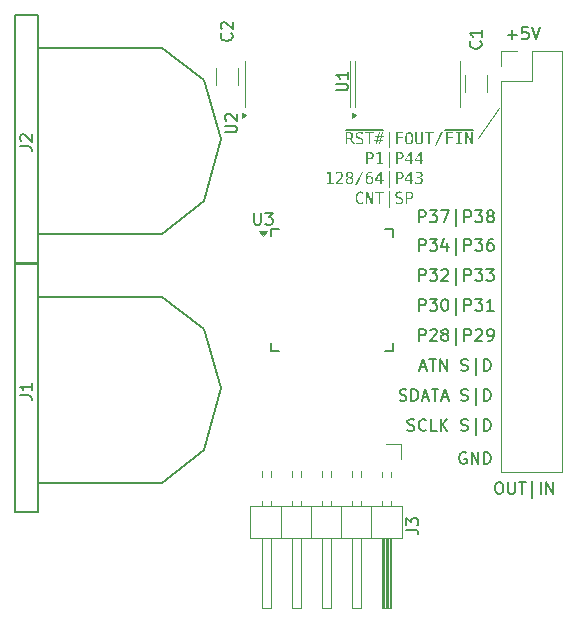
<source format=gbr>
%TF.GenerationSoftware,KiCad,Pcbnew,8.0.7-8.0.7-0~ubuntu22.04.1*%
%TF.CreationDate,2024-12-25T22:08:59+01:00*%
%TF.ProjectId,IEC_Extension,4945435f-4578-4746-956e-73696f6e2e6b,rev?*%
%TF.SameCoordinates,Original*%
%TF.FileFunction,Legend,Top*%
%TF.FilePolarity,Positive*%
%FSLAX46Y46*%
G04 Gerber Fmt 4.6, Leading zero omitted, Abs format (unit mm)*
G04 Created by KiCad (PCBNEW 8.0.7-8.0.7-0~ubuntu22.04.1) date 2024-12-25 22:08:59*
%MOMM*%
%LPD*%
G01*
G04 APERTURE LIST*
%ADD10C,0.150000*%
%ADD11C,0.100000*%
%ADD12C,0.120000*%
G04 APERTURE END LIST*
D10*
X230867506Y-57908819D02*
X230867506Y-56908819D01*
X230867506Y-56908819D02*
X231248458Y-56908819D01*
X231248458Y-56908819D02*
X231343696Y-56956438D01*
X231343696Y-56956438D02*
X231391315Y-57004057D01*
X231391315Y-57004057D02*
X231438934Y-57099295D01*
X231438934Y-57099295D02*
X231438934Y-57242152D01*
X231438934Y-57242152D02*
X231391315Y-57337390D01*
X231391315Y-57337390D02*
X231343696Y-57385009D01*
X231343696Y-57385009D02*
X231248458Y-57432628D01*
X231248458Y-57432628D02*
X230867506Y-57432628D01*
X231772268Y-56908819D02*
X232391315Y-56908819D01*
X232391315Y-56908819D02*
X232057982Y-57289771D01*
X232057982Y-57289771D02*
X232200839Y-57289771D01*
X232200839Y-57289771D02*
X232296077Y-57337390D01*
X232296077Y-57337390D02*
X232343696Y-57385009D01*
X232343696Y-57385009D02*
X232391315Y-57480247D01*
X232391315Y-57480247D02*
X232391315Y-57718342D01*
X232391315Y-57718342D02*
X232343696Y-57813580D01*
X232343696Y-57813580D02*
X232296077Y-57861200D01*
X232296077Y-57861200D02*
X232200839Y-57908819D01*
X232200839Y-57908819D02*
X231915125Y-57908819D01*
X231915125Y-57908819D02*
X231819887Y-57861200D01*
X231819887Y-57861200D02*
X231772268Y-57813580D01*
X232724649Y-56908819D02*
X233391315Y-56908819D01*
X233391315Y-56908819D02*
X232962744Y-57908819D01*
X234010363Y-58242152D02*
X234010363Y-56813580D01*
X234724649Y-57908819D02*
X234724649Y-56908819D01*
X234724649Y-56908819D02*
X235105601Y-56908819D01*
X235105601Y-56908819D02*
X235200839Y-56956438D01*
X235200839Y-56956438D02*
X235248458Y-57004057D01*
X235248458Y-57004057D02*
X235296077Y-57099295D01*
X235296077Y-57099295D02*
X235296077Y-57242152D01*
X235296077Y-57242152D02*
X235248458Y-57337390D01*
X235248458Y-57337390D02*
X235200839Y-57385009D01*
X235200839Y-57385009D02*
X235105601Y-57432628D01*
X235105601Y-57432628D02*
X234724649Y-57432628D01*
X235629411Y-56908819D02*
X236248458Y-56908819D01*
X236248458Y-56908819D02*
X235915125Y-57289771D01*
X235915125Y-57289771D02*
X236057982Y-57289771D01*
X236057982Y-57289771D02*
X236153220Y-57337390D01*
X236153220Y-57337390D02*
X236200839Y-57385009D01*
X236200839Y-57385009D02*
X236248458Y-57480247D01*
X236248458Y-57480247D02*
X236248458Y-57718342D01*
X236248458Y-57718342D02*
X236200839Y-57813580D01*
X236200839Y-57813580D02*
X236153220Y-57861200D01*
X236153220Y-57861200D02*
X236057982Y-57908819D01*
X236057982Y-57908819D02*
X235772268Y-57908819D01*
X235772268Y-57908819D02*
X235677030Y-57861200D01*
X235677030Y-57861200D02*
X235629411Y-57813580D01*
X236819887Y-57337390D02*
X236724649Y-57289771D01*
X236724649Y-57289771D02*
X236677030Y-57242152D01*
X236677030Y-57242152D02*
X236629411Y-57146914D01*
X236629411Y-57146914D02*
X236629411Y-57099295D01*
X236629411Y-57099295D02*
X236677030Y-57004057D01*
X236677030Y-57004057D02*
X236724649Y-56956438D01*
X236724649Y-56956438D02*
X236819887Y-56908819D01*
X236819887Y-56908819D02*
X237010363Y-56908819D01*
X237010363Y-56908819D02*
X237105601Y-56956438D01*
X237105601Y-56956438D02*
X237153220Y-57004057D01*
X237153220Y-57004057D02*
X237200839Y-57099295D01*
X237200839Y-57099295D02*
X237200839Y-57146914D01*
X237200839Y-57146914D02*
X237153220Y-57242152D01*
X237153220Y-57242152D02*
X237105601Y-57289771D01*
X237105601Y-57289771D02*
X237010363Y-57337390D01*
X237010363Y-57337390D02*
X236819887Y-57337390D01*
X236819887Y-57337390D02*
X236724649Y-57385009D01*
X236724649Y-57385009D02*
X236677030Y-57432628D01*
X236677030Y-57432628D02*
X236629411Y-57527866D01*
X236629411Y-57527866D02*
X236629411Y-57718342D01*
X236629411Y-57718342D02*
X236677030Y-57813580D01*
X236677030Y-57813580D02*
X236724649Y-57861200D01*
X236724649Y-57861200D02*
X236819887Y-57908819D01*
X236819887Y-57908819D02*
X237010363Y-57908819D01*
X237010363Y-57908819D02*
X237105601Y-57861200D01*
X237105601Y-57861200D02*
X237153220Y-57813580D01*
X237153220Y-57813580D02*
X237200839Y-57718342D01*
X237200839Y-57718342D02*
X237200839Y-57527866D01*
X237200839Y-57527866D02*
X237153220Y-57432628D01*
X237153220Y-57432628D02*
X237105601Y-57385009D01*
X237105601Y-57385009D02*
X237010363Y-57337390D01*
D11*
X235839000Y-50800000D02*
X237617000Y-48260000D01*
D10*
X238391792Y-42033866D02*
X239153697Y-42033866D01*
X238772744Y-42414819D02*
X238772744Y-41652914D01*
X240106077Y-41414819D02*
X239629887Y-41414819D01*
X239629887Y-41414819D02*
X239582268Y-41891009D01*
X239582268Y-41891009D02*
X239629887Y-41843390D01*
X239629887Y-41843390D02*
X239725125Y-41795771D01*
X239725125Y-41795771D02*
X239963220Y-41795771D01*
X239963220Y-41795771D02*
X240058458Y-41843390D01*
X240058458Y-41843390D02*
X240106077Y-41891009D01*
X240106077Y-41891009D02*
X240153696Y-41986247D01*
X240153696Y-41986247D02*
X240153696Y-42224342D01*
X240153696Y-42224342D02*
X240106077Y-42319580D01*
X240106077Y-42319580D02*
X240058458Y-42367200D01*
X240058458Y-42367200D02*
X239963220Y-42414819D01*
X239963220Y-42414819D02*
X239725125Y-42414819D01*
X239725125Y-42414819D02*
X239629887Y-42367200D01*
X239629887Y-42367200D02*
X239582268Y-42319580D01*
X240439411Y-41414819D02*
X240772744Y-42414819D01*
X240772744Y-42414819D02*
X241106077Y-41414819D01*
X237566554Y-79895819D02*
X237757030Y-79895819D01*
X237757030Y-79895819D02*
X237852268Y-79943438D01*
X237852268Y-79943438D02*
X237947506Y-80038676D01*
X237947506Y-80038676D02*
X237995125Y-80229152D01*
X237995125Y-80229152D02*
X237995125Y-80562485D01*
X237995125Y-80562485D02*
X237947506Y-80752961D01*
X237947506Y-80752961D02*
X237852268Y-80848200D01*
X237852268Y-80848200D02*
X237757030Y-80895819D01*
X237757030Y-80895819D02*
X237566554Y-80895819D01*
X237566554Y-80895819D02*
X237471316Y-80848200D01*
X237471316Y-80848200D02*
X237376078Y-80752961D01*
X237376078Y-80752961D02*
X237328459Y-80562485D01*
X237328459Y-80562485D02*
X237328459Y-80229152D01*
X237328459Y-80229152D02*
X237376078Y-80038676D01*
X237376078Y-80038676D02*
X237471316Y-79943438D01*
X237471316Y-79943438D02*
X237566554Y-79895819D01*
X238423697Y-79895819D02*
X238423697Y-80705342D01*
X238423697Y-80705342D02*
X238471316Y-80800580D01*
X238471316Y-80800580D02*
X238518935Y-80848200D01*
X238518935Y-80848200D02*
X238614173Y-80895819D01*
X238614173Y-80895819D02*
X238804649Y-80895819D01*
X238804649Y-80895819D02*
X238899887Y-80848200D01*
X238899887Y-80848200D02*
X238947506Y-80800580D01*
X238947506Y-80800580D02*
X238995125Y-80705342D01*
X238995125Y-80705342D02*
X238995125Y-79895819D01*
X239328459Y-79895819D02*
X239899887Y-79895819D01*
X239614173Y-80895819D02*
X239614173Y-79895819D01*
X240471316Y-81229152D02*
X240471316Y-79800580D01*
X241185602Y-80895819D02*
X241185602Y-79895819D01*
X241661792Y-80895819D02*
X241661792Y-79895819D01*
X241661792Y-79895819D02*
X242233220Y-80895819D01*
X242233220Y-80895819D02*
X242233220Y-79895819D01*
X230867506Y-60321819D02*
X230867506Y-59321819D01*
X230867506Y-59321819D02*
X231248458Y-59321819D01*
X231248458Y-59321819D02*
X231343696Y-59369438D01*
X231343696Y-59369438D02*
X231391315Y-59417057D01*
X231391315Y-59417057D02*
X231438934Y-59512295D01*
X231438934Y-59512295D02*
X231438934Y-59655152D01*
X231438934Y-59655152D02*
X231391315Y-59750390D01*
X231391315Y-59750390D02*
X231343696Y-59798009D01*
X231343696Y-59798009D02*
X231248458Y-59845628D01*
X231248458Y-59845628D02*
X230867506Y-59845628D01*
X231772268Y-59321819D02*
X232391315Y-59321819D01*
X232391315Y-59321819D02*
X232057982Y-59702771D01*
X232057982Y-59702771D02*
X232200839Y-59702771D01*
X232200839Y-59702771D02*
X232296077Y-59750390D01*
X232296077Y-59750390D02*
X232343696Y-59798009D01*
X232343696Y-59798009D02*
X232391315Y-59893247D01*
X232391315Y-59893247D02*
X232391315Y-60131342D01*
X232391315Y-60131342D02*
X232343696Y-60226580D01*
X232343696Y-60226580D02*
X232296077Y-60274200D01*
X232296077Y-60274200D02*
X232200839Y-60321819D01*
X232200839Y-60321819D02*
X231915125Y-60321819D01*
X231915125Y-60321819D02*
X231819887Y-60274200D01*
X231819887Y-60274200D02*
X231772268Y-60226580D01*
X233248458Y-59655152D02*
X233248458Y-60321819D01*
X233010363Y-59274200D02*
X232772268Y-59988485D01*
X232772268Y-59988485D02*
X233391315Y-59988485D01*
X234010363Y-60655152D02*
X234010363Y-59226580D01*
X234724649Y-60321819D02*
X234724649Y-59321819D01*
X234724649Y-59321819D02*
X235105601Y-59321819D01*
X235105601Y-59321819D02*
X235200839Y-59369438D01*
X235200839Y-59369438D02*
X235248458Y-59417057D01*
X235248458Y-59417057D02*
X235296077Y-59512295D01*
X235296077Y-59512295D02*
X235296077Y-59655152D01*
X235296077Y-59655152D02*
X235248458Y-59750390D01*
X235248458Y-59750390D02*
X235200839Y-59798009D01*
X235200839Y-59798009D02*
X235105601Y-59845628D01*
X235105601Y-59845628D02*
X234724649Y-59845628D01*
X235629411Y-59321819D02*
X236248458Y-59321819D01*
X236248458Y-59321819D02*
X235915125Y-59702771D01*
X235915125Y-59702771D02*
X236057982Y-59702771D01*
X236057982Y-59702771D02*
X236153220Y-59750390D01*
X236153220Y-59750390D02*
X236200839Y-59798009D01*
X236200839Y-59798009D02*
X236248458Y-59893247D01*
X236248458Y-59893247D02*
X236248458Y-60131342D01*
X236248458Y-60131342D02*
X236200839Y-60226580D01*
X236200839Y-60226580D02*
X236153220Y-60274200D01*
X236153220Y-60274200D02*
X236057982Y-60321819D01*
X236057982Y-60321819D02*
X235772268Y-60321819D01*
X235772268Y-60321819D02*
X235677030Y-60274200D01*
X235677030Y-60274200D02*
X235629411Y-60226580D01*
X237105601Y-59321819D02*
X236915125Y-59321819D01*
X236915125Y-59321819D02*
X236819887Y-59369438D01*
X236819887Y-59369438D02*
X236772268Y-59417057D01*
X236772268Y-59417057D02*
X236677030Y-59559914D01*
X236677030Y-59559914D02*
X236629411Y-59750390D01*
X236629411Y-59750390D02*
X236629411Y-60131342D01*
X236629411Y-60131342D02*
X236677030Y-60226580D01*
X236677030Y-60226580D02*
X236724649Y-60274200D01*
X236724649Y-60274200D02*
X236819887Y-60321819D01*
X236819887Y-60321819D02*
X237010363Y-60321819D01*
X237010363Y-60321819D02*
X237105601Y-60274200D01*
X237105601Y-60274200D02*
X237153220Y-60226580D01*
X237153220Y-60226580D02*
X237200839Y-60131342D01*
X237200839Y-60131342D02*
X237200839Y-59893247D01*
X237200839Y-59893247D02*
X237153220Y-59798009D01*
X237153220Y-59798009D02*
X237105601Y-59750390D01*
X237105601Y-59750390D02*
X237010363Y-59702771D01*
X237010363Y-59702771D02*
X236819887Y-59702771D01*
X236819887Y-59702771D02*
X236724649Y-59750390D01*
X236724649Y-59750390D02*
X236677030Y-59798009D01*
X236677030Y-59798009D02*
X236629411Y-59893247D01*
X230867506Y-65401819D02*
X230867506Y-64401819D01*
X230867506Y-64401819D02*
X231248458Y-64401819D01*
X231248458Y-64401819D02*
X231343696Y-64449438D01*
X231343696Y-64449438D02*
X231391315Y-64497057D01*
X231391315Y-64497057D02*
X231438934Y-64592295D01*
X231438934Y-64592295D02*
X231438934Y-64735152D01*
X231438934Y-64735152D02*
X231391315Y-64830390D01*
X231391315Y-64830390D02*
X231343696Y-64878009D01*
X231343696Y-64878009D02*
X231248458Y-64925628D01*
X231248458Y-64925628D02*
X230867506Y-64925628D01*
X231772268Y-64401819D02*
X232391315Y-64401819D01*
X232391315Y-64401819D02*
X232057982Y-64782771D01*
X232057982Y-64782771D02*
X232200839Y-64782771D01*
X232200839Y-64782771D02*
X232296077Y-64830390D01*
X232296077Y-64830390D02*
X232343696Y-64878009D01*
X232343696Y-64878009D02*
X232391315Y-64973247D01*
X232391315Y-64973247D02*
X232391315Y-65211342D01*
X232391315Y-65211342D02*
X232343696Y-65306580D01*
X232343696Y-65306580D02*
X232296077Y-65354200D01*
X232296077Y-65354200D02*
X232200839Y-65401819D01*
X232200839Y-65401819D02*
X231915125Y-65401819D01*
X231915125Y-65401819D02*
X231819887Y-65354200D01*
X231819887Y-65354200D02*
X231772268Y-65306580D01*
X233010363Y-64401819D02*
X233105601Y-64401819D01*
X233105601Y-64401819D02*
X233200839Y-64449438D01*
X233200839Y-64449438D02*
X233248458Y-64497057D01*
X233248458Y-64497057D02*
X233296077Y-64592295D01*
X233296077Y-64592295D02*
X233343696Y-64782771D01*
X233343696Y-64782771D02*
X233343696Y-65020866D01*
X233343696Y-65020866D02*
X233296077Y-65211342D01*
X233296077Y-65211342D02*
X233248458Y-65306580D01*
X233248458Y-65306580D02*
X233200839Y-65354200D01*
X233200839Y-65354200D02*
X233105601Y-65401819D01*
X233105601Y-65401819D02*
X233010363Y-65401819D01*
X233010363Y-65401819D02*
X232915125Y-65354200D01*
X232915125Y-65354200D02*
X232867506Y-65306580D01*
X232867506Y-65306580D02*
X232819887Y-65211342D01*
X232819887Y-65211342D02*
X232772268Y-65020866D01*
X232772268Y-65020866D02*
X232772268Y-64782771D01*
X232772268Y-64782771D02*
X232819887Y-64592295D01*
X232819887Y-64592295D02*
X232867506Y-64497057D01*
X232867506Y-64497057D02*
X232915125Y-64449438D01*
X232915125Y-64449438D02*
X233010363Y-64401819D01*
X234010363Y-65735152D02*
X234010363Y-64306580D01*
X234724649Y-65401819D02*
X234724649Y-64401819D01*
X234724649Y-64401819D02*
X235105601Y-64401819D01*
X235105601Y-64401819D02*
X235200839Y-64449438D01*
X235200839Y-64449438D02*
X235248458Y-64497057D01*
X235248458Y-64497057D02*
X235296077Y-64592295D01*
X235296077Y-64592295D02*
X235296077Y-64735152D01*
X235296077Y-64735152D02*
X235248458Y-64830390D01*
X235248458Y-64830390D02*
X235200839Y-64878009D01*
X235200839Y-64878009D02*
X235105601Y-64925628D01*
X235105601Y-64925628D02*
X234724649Y-64925628D01*
X235629411Y-64401819D02*
X236248458Y-64401819D01*
X236248458Y-64401819D02*
X235915125Y-64782771D01*
X235915125Y-64782771D02*
X236057982Y-64782771D01*
X236057982Y-64782771D02*
X236153220Y-64830390D01*
X236153220Y-64830390D02*
X236200839Y-64878009D01*
X236200839Y-64878009D02*
X236248458Y-64973247D01*
X236248458Y-64973247D02*
X236248458Y-65211342D01*
X236248458Y-65211342D02*
X236200839Y-65306580D01*
X236200839Y-65306580D02*
X236153220Y-65354200D01*
X236153220Y-65354200D02*
X236057982Y-65401819D01*
X236057982Y-65401819D02*
X235772268Y-65401819D01*
X235772268Y-65401819D02*
X235677030Y-65354200D01*
X235677030Y-65354200D02*
X235629411Y-65306580D01*
X237200839Y-65401819D02*
X236629411Y-65401819D01*
X236915125Y-65401819D02*
X236915125Y-64401819D01*
X236915125Y-64401819D02*
X236819887Y-64544676D01*
X236819887Y-64544676D02*
X236724649Y-64639914D01*
X236724649Y-64639914D02*
X236629411Y-64687533D01*
X230994458Y-70196104D02*
X231470648Y-70196104D01*
X230899220Y-70481819D02*
X231232553Y-69481819D01*
X231232553Y-69481819D02*
X231565886Y-70481819D01*
X231756363Y-69481819D02*
X232327791Y-69481819D01*
X232042077Y-70481819D02*
X232042077Y-69481819D01*
X232661125Y-70481819D02*
X232661125Y-69481819D01*
X232661125Y-69481819D02*
X233232553Y-70481819D01*
X233232553Y-70481819D02*
X233232553Y-69481819D01*
X234423030Y-70434200D02*
X234565887Y-70481819D01*
X234565887Y-70481819D02*
X234803982Y-70481819D01*
X234803982Y-70481819D02*
X234899220Y-70434200D01*
X234899220Y-70434200D02*
X234946839Y-70386580D01*
X234946839Y-70386580D02*
X234994458Y-70291342D01*
X234994458Y-70291342D02*
X234994458Y-70196104D01*
X234994458Y-70196104D02*
X234946839Y-70100866D01*
X234946839Y-70100866D02*
X234899220Y-70053247D01*
X234899220Y-70053247D02*
X234803982Y-70005628D01*
X234803982Y-70005628D02*
X234613506Y-69958009D01*
X234613506Y-69958009D02*
X234518268Y-69910390D01*
X234518268Y-69910390D02*
X234470649Y-69862771D01*
X234470649Y-69862771D02*
X234423030Y-69767533D01*
X234423030Y-69767533D02*
X234423030Y-69672295D01*
X234423030Y-69672295D02*
X234470649Y-69577057D01*
X234470649Y-69577057D02*
X234518268Y-69529438D01*
X234518268Y-69529438D02*
X234613506Y-69481819D01*
X234613506Y-69481819D02*
X234851601Y-69481819D01*
X234851601Y-69481819D02*
X234994458Y-69529438D01*
X235661125Y-70815152D02*
X235661125Y-69386580D01*
X236375411Y-70481819D02*
X236375411Y-69481819D01*
X236375411Y-69481819D02*
X236613506Y-69481819D01*
X236613506Y-69481819D02*
X236756363Y-69529438D01*
X236756363Y-69529438D02*
X236851601Y-69624676D01*
X236851601Y-69624676D02*
X236899220Y-69719914D01*
X236899220Y-69719914D02*
X236946839Y-69910390D01*
X236946839Y-69910390D02*
X236946839Y-70053247D01*
X236946839Y-70053247D02*
X236899220Y-70243723D01*
X236899220Y-70243723D02*
X236851601Y-70338961D01*
X236851601Y-70338961D02*
X236756363Y-70434200D01*
X236756363Y-70434200D02*
X236613506Y-70481819D01*
X236613506Y-70481819D02*
X236375411Y-70481819D01*
X229232553Y-72974200D02*
X229375410Y-73021819D01*
X229375410Y-73021819D02*
X229613505Y-73021819D01*
X229613505Y-73021819D02*
X229708743Y-72974200D01*
X229708743Y-72974200D02*
X229756362Y-72926580D01*
X229756362Y-72926580D02*
X229803981Y-72831342D01*
X229803981Y-72831342D02*
X229803981Y-72736104D01*
X229803981Y-72736104D02*
X229756362Y-72640866D01*
X229756362Y-72640866D02*
X229708743Y-72593247D01*
X229708743Y-72593247D02*
X229613505Y-72545628D01*
X229613505Y-72545628D02*
X229423029Y-72498009D01*
X229423029Y-72498009D02*
X229327791Y-72450390D01*
X229327791Y-72450390D02*
X229280172Y-72402771D01*
X229280172Y-72402771D02*
X229232553Y-72307533D01*
X229232553Y-72307533D02*
X229232553Y-72212295D01*
X229232553Y-72212295D02*
X229280172Y-72117057D01*
X229280172Y-72117057D02*
X229327791Y-72069438D01*
X229327791Y-72069438D02*
X229423029Y-72021819D01*
X229423029Y-72021819D02*
X229661124Y-72021819D01*
X229661124Y-72021819D02*
X229803981Y-72069438D01*
X230232553Y-73021819D02*
X230232553Y-72021819D01*
X230232553Y-72021819D02*
X230470648Y-72021819D01*
X230470648Y-72021819D02*
X230613505Y-72069438D01*
X230613505Y-72069438D02*
X230708743Y-72164676D01*
X230708743Y-72164676D02*
X230756362Y-72259914D01*
X230756362Y-72259914D02*
X230803981Y-72450390D01*
X230803981Y-72450390D02*
X230803981Y-72593247D01*
X230803981Y-72593247D02*
X230756362Y-72783723D01*
X230756362Y-72783723D02*
X230708743Y-72878961D01*
X230708743Y-72878961D02*
X230613505Y-72974200D01*
X230613505Y-72974200D02*
X230470648Y-73021819D01*
X230470648Y-73021819D02*
X230232553Y-73021819D01*
X231184934Y-72736104D02*
X231661124Y-72736104D01*
X231089696Y-73021819D02*
X231423029Y-72021819D01*
X231423029Y-72021819D02*
X231756362Y-73021819D01*
X231946839Y-72021819D02*
X232518267Y-72021819D01*
X232232553Y-73021819D02*
X232232553Y-72021819D01*
X232803982Y-72736104D02*
X233280172Y-72736104D01*
X232708744Y-73021819D02*
X233042077Y-72021819D01*
X233042077Y-72021819D02*
X233375410Y-73021819D01*
X234423030Y-72974200D02*
X234565887Y-73021819D01*
X234565887Y-73021819D02*
X234803982Y-73021819D01*
X234803982Y-73021819D02*
X234899220Y-72974200D01*
X234899220Y-72974200D02*
X234946839Y-72926580D01*
X234946839Y-72926580D02*
X234994458Y-72831342D01*
X234994458Y-72831342D02*
X234994458Y-72736104D01*
X234994458Y-72736104D02*
X234946839Y-72640866D01*
X234946839Y-72640866D02*
X234899220Y-72593247D01*
X234899220Y-72593247D02*
X234803982Y-72545628D01*
X234803982Y-72545628D02*
X234613506Y-72498009D01*
X234613506Y-72498009D02*
X234518268Y-72450390D01*
X234518268Y-72450390D02*
X234470649Y-72402771D01*
X234470649Y-72402771D02*
X234423030Y-72307533D01*
X234423030Y-72307533D02*
X234423030Y-72212295D01*
X234423030Y-72212295D02*
X234470649Y-72117057D01*
X234470649Y-72117057D02*
X234518268Y-72069438D01*
X234518268Y-72069438D02*
X234613506Y-72021819D01*
X234613506Y-72021819D02*
X234851601Y-72021819D01*
X234851601Y-72021819D02*
X234994458Y-72069438D01*
X235661125Y-73355152D02*
X235661125Y-71926580D01*
X236375411Y-73021819D02*
X236375411Y-72021819D01*
X236375411Y-72021819D02*
X236613506Y-72021819D01*
X236613506Y-72021819D02*
X236756363Y-72069438D01*
X236756363Y-72069438D02*
X236851601Y-72164676D01*
X236851601Y-72164676D02*
X236899220Y-72259914D01*
X236899220Y-72259914D02*
X236946839Y-72450390D01*
X236946839Y-72450390D02*
X236946839Y-72593247D01*
X236946839Y-72593247D02*
X236899220Y-72783723D01*
X236899220Y-72783723D02*
X236851601Y-72878961D01*
X236851601Y-72878961D02*
X236756363Y-72974200D01*
X236756363Y-72974200D02*
X236613506Y-73021819D01*
X236613506Y-73021819D02*
X236375411Y-73021819D01*
X229899220Y-75514200D02*
X230042077Y-75561819D01*
X230042077Y-75561819D02*
X230280172Y-75561819D01*
X230280172Y-75561819D02*
X230375410Y-75514200D01*
X230375410Y-75514200D02*
X230423029Y-75466580D01*
X230423029Y-75466580D02*
X230470648Y-75371342D01*
X230470648Y-75371342D02*
X230470648Y-75276104D01*
X230470648Y-75276104D02*
X230423029Y-75180866D01*
X230423029Y-75180866D02*
X230375410Y-75133247D01*
X230375410Y-75133247D02*
X230280172Y-75085628D01*
X230280172Y-75085628D02*
X230089696Y-75038009D01*
X230089696Y-75038009D02*
X229994458Y-74990390D01*
X229994458Y-74990390D02*
X229946839Y-74942771D01*
X229946839Y-74942771D02*
X229899220Y-74847533D01*
X229899220Y-74847533D02*
X229899220Y-74752295D01*
X229899220Y-74752295D02*
X229946839Y-74657057D01*
X229946839Y-74657057D02*
X229994458Y-74609438D01*
X229994458Y-74609438D02*
X230089696Y-74561819D01*
X230089696Y-74561819D02*
X230327791Y-74561819D01*
X230327791Y-74561819D02*
X230470648Y-74609438D01*
X231470648Y-75466580D02*
X231423029Y-75514200D01*
X231423029Y-75514200D02*
X231280172Y-75561819D01*
X231280172Y-75561819D02*
X231184934Y-75561819D01*
X231184934Y-75561819D02*
X231042077Y-75514200D01*
X231042077Y-75514200D02*
X230946839Y-75418961D01*
X230946839Y-75418961D02*
X230899220Y-75323723D01*
X230899220Y-75323723D02*
X230851601Y-75133247D01*
X230851601Y-75133247D02*
X230851601Y-74990390D01*
X230851601Y-74990390D02*
X230899220Y-74799914D01*
X230899220Y-74799914D02*
X230946839Y-74704676D01*
X230946839Y-74704676D02*
X231042077Y-74609438D01*
X231042077Y-74609438D02*
X231184934Y-74561819D01*
X231184934Y-74561819D02*
X231280172Y-74561819D01*
X231280172Y-74561819D02*
X231423029Y-74609438D01*
X231423029Y-74609438D02*
X231470648Y-74657057D01*
X232375410Y-75561819D02*
X231899220Y-75561819D01*
X231899220Y-75561819D02*
X231899220Y-74561819D01*
X232708744Y-75561819D02*
X232708744Y-74561819D01*
X233280172Y-75561819D02*
X232851601Y-74990390D01*
X233280172Y-74561819D02*
X232708744Y-75133247D01*
X234423030Y-75514200D02*
X234565887Y-75561819D01*
X234565887Y-75561819D02*
X234803982Y-75561819D01*
X234803982Y-75561819D02*
X234899220Y-75514200D01*
X234899220Y-75514200D02*
X234946839Y-75466580D01*
X234946839Y-75466580D02*
X234994458Y-75371342D01*
X234994458Y-75371342D02*
X234994458Y-75276104D01*
X234994458Y-75276104D02*
X234946839Y-75180866D01*
X234946839Y-75180866D02*
X234899220Y-75133247D01*
X234899220Y-75133247D02*
X234803982Y-75085628D01*
X234803982Y-75085628D02*
X234613506Y-75038009D01*
X234613506Y-75038009D02*
X234518268Y-74990390D01*
X234518268Y-74990390D02*
X234470649Y-74942771D01*
X234470649Y-74942771D02*
X234423030Y-74847533D01*
X234423030Y-74847533D02*
X234423030Y-74752295D01*
X234423030Y-74752295D02*
X234470649Y-74657057D01*
X234470649Y-74657057D02*
X234518268Y-74609438D01*
X234518268Y-74609438D02*
X234613506Y-74561819D01*
X234613506Y-74561819D02*
X234851601Y-74561819D01*
X234851601Y-74561819D02*
X234994458Y-74609438D01*
X235661125Y-75895152D02*
X235661125Y-74466580D01*
X236375411Y-75561819D02*
X236375411Y-74561819D01*
X236375411Y-74561819D02*
X236613506Y-74561819D01*
X236613506Y-74561819D02*
X236756363Y-74609438D01*
X236756363Y-74609438D02*
X236851601Y-74704676D01*
X236851601Y-74704676D02*
X236899220Y-74799914D01*
X236899220Y-74799914D02*
X236946839Y-74990390D01*
X236946839Y-74990390D02*
X236946839Y-75133247D01*
X236946839Y-75133247D02*
X236899220Y-75323723D01*
X236899220Y-75323723D02*
X236851601Y-75418961D01*
X236851601Y-75418961D02*
X236756363Y-75514200D01*
X236756363Y-75514200D02*
X236613506Y-75561819D01*
X236613506Y-75561819D02*
X236375411Y-75561819D01*
X234851601Y-77403438D02*
X234756363Y-77355819D01*
X234756363Y-77355819D02*
X234613506Y-77355819D01*
X234613506Y-77355819D02*
X234470649Y-77403438D01*
X234470649Y-77403438D02*
X234375411Y-77498676D01*
X234375411Y-77498676D02*
X234327792Y-77593914D01*
X234327792Y-77593914D02*
X234280173Y-77784390D01*
X234280173Y-77784390D02*
X234280173Y-77927247D01*
X234280173Y-77927247D02*
X234327792Y-78117723D01*
X234327792Y-78117723D02*
X234375411Y-78212961D01*
X234375411Y-78212961D02*
X234470649Y-78308200D01*
X234470649Y-78308200D02*
X234613506Y-78355819D01*
X234613506Y-78355819D02*
X234708744Y-78355819D01*
X234708744Y-78355819D02*
X234851601Y-78308200D01*
X234851601Y-78308200D02*
X234899220Y-78260580D01*
X234899220Y-78260580D02*
X234899220Y-77927247D01*
X234899220Y-77927247D02*
X234708744Y-77927247D01*
X235327792Y-78355819D02*
X235327792Y-77355819D01*
X235327792Y-77355819D02*
X235899220Y-78355819D01*
X235899220Y-78355819D02*
X235899220Y-77355819D01*
X236375411Y-78355819D02*
X236375411Y-77355819D01*
X236375411Y-77355819D02*
X236613506Y-77355819D01*
X236613506Y-77355819D02*
X236756363Y-77403438D01*
X236756363Y-77403438D02*
X236851601Y-77498676D01*
X236851601Y-77498676D02*
X236899220Y-77593914D01*
X236899220Y-77593914D02*
X236946839Y-77784390D01*
X236946839Y-77784390D02*
X236946839Y-77927247D01*
X236946839Y-77927247D02*
X236899220Y-78117723D01*
X236899220Y-78117723D02*
X236851601Y-78212961D01*
X236851601Y-78212961D02*
X236756363Y-78308200D01*
X236756363Y-78308200D02*
X236613506Y-78355819D01*
X236613506Y-78355819D02*
X236375411Y-78355819D01*
X230867506Y-67941819D02*
X230867506Y-66941819D01*
X230867506Y-66941819D02*
X231248458Y-66941819D01*
X231248458Y-66941819D02*
X231343696Y-66989438D01*
X231343696Y-66989438D02*
X231391315Y-67037057D01*
X231391315Y-67037057D02*
X231438934Y-67132295D01*
X231438934Y-67132295D02*
X231438934Y-67275152D01*
X231438934Y-67275152D02*
X231391315Y-67370390D01*
X231391315Y-67370390D02*
X231343696Y-67418009D01*
X231343696Y-67418009D02*
X231248458Y-67465628D01*
X231248458Y-67465628D02*
X230867506Y-67465628D01*
X231819887Y-67037057D02*
X231867506Y-66989438D01*
X231867506Y-66989438D02*
X231962744Y-66941819D01*
X231962744Y-66941819D02*
X232200839Y-66941819D01*
X232200839Y-66941819D02*
X232296077Y-66989438D01*
X232296077Y-66989438D02*
X232343696Y-67037057D01*
X232343696Y-67037057D02*
X232391315Y-67132295D01*
X232391315Y-67132295D02*
X232391315Y-67227533D01*
X232391315Y-67227533D02*
X232343696Y-67370390D01*
X232343696Y-67370390D02*
X231772268Y-67941819D01*
X231772268Y-67941819D02*
X232391315Y-67941819D01*
X232962744Y-67370390D02*
X232867506Y-67322771D01*
X232867506Y-67322771D02*
X232819887Y-67275152D01*
X232819887Y-67275152D02*
X232772268Y-67179914D01*
X232772268Y-67179914D02*
X232772268Y-67132295D01*
X232772268Y-67132295D02*
X232819887Y-67037057D01*
X232819887Y-67037057D02*
X232867506Y-66989438D01*
X232867506Y-66989438D02*
X232962744Y-66941819D01*
X232962744Y-66941819D02*
X233153220Y-66941819D01*
X233153220Y-66941819D02*
X233248458Y-66989438D01*
X233248458Y-66989438D02*
X233296077Y-67037057D01*
X233296077Y-67037057D02*
X233343696Y-67132295D01*
X233343696Y-67132295D02*
X233343696Y-67179914D01*
X233343696Y-67179914D02*
X233296077Y-67275152D01*
X233296077Y-67275152D02*
X233248458Y-67322771D01*
X233248458Y-67322771D02*
X233153220Y-67370390D01*
X233153220Y-67370390D02*
X232962744Y-67370390D01*
X232962744Y-67370390D02*
X232867506Y-67418009D01*
X232867506Y-67418009D02*
X232819887Y-67465628D01*
X232819887Y-67465628D02*
X232772268Y-67560866D01*
X232772268Y-67560866D02*
X232772268Y-67751342D01*
X232772268Y-67751342D02*
X232819887Y-67846580D01*
X232819887Y-67846580D02*
X232867506Y-67894200D01*
X232867506Y-67894200D02*
X232962744Y-67941819D01*
X232962744Y-67941819D02*
X233153220Y-67941819D01*
X233153220Y-67941819D02*
X233248458Y-67894200D01*
X233248458Y-67894200D02*
X233296077Y-67846580D01*
X233296077Y-67846580D02*
X233343696Y-67751342D01*
X233343696Y-67751342D02*
X233343696Y-67560866D01*
X233343696Y-67560866D02*
X233296077Y-67465628D01*
X233296077Y-67465628D02*
X233248458Y-67418009D01*
X233248458Y-67418009D02*
X233153220Y-67370390D01*
X234010363Y-68275152D02*
X234010363Y-66846580D01*
X234724649Y-67941819D02*
X234724649Y-66941819D01*
X234724649Y-66941819D02*
X235105601Y-66941819D01*
X235105601Y-66941819D02*
X235200839Y-66989438D01*
X235200839Y-66989438D02*
X235248458Y-67037057D01*
X235248458Y-67037057D02*
X235296077Y-67132295D01*
X235296077Y-67132295D02*
X235296077Y-67275152D01*
X235296077Y-67275152D02*
X235248458Y-67370390D01*
X235248458Y-67370390D02*
X235200839Y-67418009D01*
X235200839Y-67418009D02*
X235105601Y-67465628D01*
X235105601Y-67465628D02*
X234724649Y-67465628D01*
X235677030Y-67037057D02*
X235724649Y-66989438D01*
X235724649Y-66989438D02*
X235819887Y-66941819D01*
X235819887Y-66941819D02*
X236057982Y-66941819D01*
X236057982Y-66941819D02*
X236153220Y-66989438D01*
X236153220Y-66989438D02*
X236200839Y-67037057D01*
X236200839Y-67037057D02*
X236248458Y-67132295D01*
X236248458Y-67132295D02*
X236248458Y-67227533D01*
X236248458Y-67227533D02*
X236200839Y-67370390D01*
X236200839Y-67370390D02*
X235629411Y-67941819D01*
X235629411Y-67941819D02*
X236248458Y-67941819D01*
X236724649Y-67941819D02*
X236915125Y-67941819D01*
X236915125Y-67941819D02*
X237010363Y-67894200D01*
X237010363Y-67894200D02*
X237057982Y-67846580D01*
X237057982Y-67846580D02*
X237153220Y-67703723D01*
X237153220Y-67703723D02*
X237200839Y-67513247D01*
X237200839Y-67513247D02*
X237200839Y-67132295D01*
X237200839Y-67132295D02*
X237153220Y-67037057D01*
X237153220Y-67037057D02*
X237105601Y-66989438D01*
X237105601Y-66989438D02*
X237010363Y-66941819D01*
X237010363Y-66941819D02*
X236819887Y-66941819D01*
X236819887Y-66941819D02*
X236724649Y-66989438D01*
X236724649Y-66989438D02*
X236677030Y-67037057D01*
X236677030Y-67037057D02*
X236629411Y-67132295D01*
X236629411Y-67132295D02*
X236629411Y-67370390D01*
X236629411Y-67370390D02*
X236677030Y-67465628D01*
X236677030Y-67465628D02*
X236724649Y-67513247D01*
X236724649Y-67513247D02*
X236819887Y-67560866D01*
X236819887Y-67560866D02*
X237010363Y-67560866D01*
X237010363Y-67560866D02*
X237105601Y-67513247D01*
X237105601Y-67513247D02*
X237153220Y-67465628D01*
X237153220Y-67465628D02*
X237200839Y-67370390D01*
X230867506Y-62861819D02*
X230867506Y-61861819D01*
X230867506Y-61861819D02*
X231248458Y-61861819D01*
X231248458Y-61861819D02*
X231343696Y-61909438D01*
X231343696Y-61909438D02*
X231391315Y-61957057D01*
X231391315Y-61957057D02*
X231438934Y-62052295D01*
X231438934Y-62052295D02*
X231438934Y-62195152D01*
X231438934Y-62195152D02*
X231391315Y-62290390D01*
X231391315Y-62290390D02*
X231343696Y-62338009D01*
X231343696Y-62338009D02*
X231248458Y-62385628D01*
X231248458Y-62385628D02*
X230867506Y-62385628D01*
X231772268Y-61861819D02*
X232391315Y-61861819D01*
X232391315Y-61861819D02*
X232057982Y-62242771D01*
X232057982Y-62242771D02*
X232200839Y-62242771D01*
X232200839Y-62242771D02*
X232296077Y-62290390D01*
X232296077Y-62290390D02*
X232343696Y-62338009D01*
X232343696Y-62338009D02*
X232391315Y-62433247D01*
X232391315Y-62433247D02*
X232391315Y-62671342D01*
X232391315Y-62671342D02*
X232343696Y-62766580D01*
X232343696Y-62766580D02*
X232296077Y-62814200D01*
X232296077Y-62814200D02*
X232200839Y-62861819D01*
X232200839Y-62861819D02*
X231915125Y-62861819D01*
X231915125Y-62861819D02*
X231819887Y-62814200D01*
X231819887Y-62814200D02*
X231772268Y-62766580D01*
X232772268Y-61957057D02*
X232819887Y-61909438D01*
X232819887Y-61909438D02*
X232915125Y-61861819D01*
X232915125Y-61861819D02*
X233153220Y-61861819D01*
X233153220Y-61861819D02*
X233248458Y-61909438D01*
X233248458Y-61909438D02*
X233296077Y-61957057D01*
X233296077Y-61957057D02*
X233343696Y-62052295D01*
X233343696Y-62052295D02*
X233343696Y-62147533D01*
X233343696Y-62147533D02*
X233296077Y-62290390D01*
X233296077Y-62290390D02*
X232724649Y-62861819D01*
X232724649Y-62861819D02*
X233343696Y-62861819D01*
X234010363Y-63195152D02*
X234010363Y-61766580D01*
X234724649Y-62861819D02*
X234724649Y-61861819D01*
X234724649Y-61861819D02*
X235105601Y-61861819D01*
X235105601Y-61861819D02*
X235200839Y-61909438D01*
X235200839Y-61909438D02*
X235248458Y-61957057D01*
X235248458Y-61957057D02*
X235296077Y-62052295D01*
X235296077Y-62052295D02*
X235296077Y-62195152D01*
X235296077Y-62195152D02*
X235248458Y-62290390D01*
X235248458Y-62290390D02*
X235200839Y-62338009D01*
X235200839Y-62338009D02*
X235105601Y-62385628D01*
X235105601Y-62385628D02*
X234724649Y-62385628D01*
X235629411Y-61861819D02*
X236248458Y-61861819D01*
X236248458Y-61861819D02*
X235915125Y-62242771D01*
X235915125Y-62242771D02*
X236057982Y-62242771D01*
X236057982Y-62242771D02*
X236153220Y-62290390D01*
X236153220Y-62290390D02*
X236200839Y-62338009D01*
X236200839Y-62338009D02*
X236248458Y-62433247D01*
X236248458Y-62433247D02*
X236248458Y-62671342D01*
X236248458Y-62671342D02*
X236200839Y-62766580D01*
X236200839Y-62766580D02*
X236153220Y-62814200D01*
X236153220Y-62814200D02*
X236057982Y-62861819D01*
X236057982Y-62861819D02*
X235772268Y-62861819D01*
X235772268Y-62861819D02*
X235677030Y-62814200D01*
X235677030Y-62814200D02*
X235629411Y-62766580D01*
X236581792Y-61861819D02*
X237200839Y-61861819D01*
X237200839Y-61861819D02*
X236867506Y-62242771D01*
X236867506Y-62242771D02*
X237010363Y-62242771D01*
X237010363Y-62242771D02*
X237105601Y-62290390D01*
X237105601Y-62290390D02*
X237153220Y-62338009D01*
X237153220Y-62338009D02*
X237200839Y-62433247D01*
X237200839Y-62433247D02*
X237200839Y-62671342D01*
X237200839Y-62671342D02*
X237153220Y-62766580D01*
X237153220Y-62766580D02*
X237105601Y-62814200D01*
X237105601Y-62814200D02*
X237010363Y-62861819D01*
X237010363Y-62861819D02*
X236724649Y-62861819D01*
X236724649Y-62861819D02*
X236629411Y-62814200D01*
X236629411Y-62814200D02*
X236581792Y-62766580D01*
G36*
X225004133Y-50275196D02*
G01*
X225060095Y-50282409D01*
X225110493Y-50295031D01*
X225162258Y-50316594D01*
X225206450Y-50345521D01*
X225212145Y-50350254D01*
X225247262Y-50387091D01*
X225273754Y-50430497D01*
X225291621Y-50480470D01*
X225300862Y-50537012D01*
X225302270Y-50572271D01*
X225298805Y-50621089D01*
X225286623Y-50670389D01*
X225262800Y-50718188D01*
X225246827Y-50739333D01*
X225207939Y-50774872D01*
X225160274Y-50800585D01*
X225109870Y-50815324D01*
X225091489Y-50818468D01*
X225138146Y-50836657D01*
X225177828Y-50865580D01*
X225182591Y-50870247D01*
X225213595Y-50909322D01*
X225240274Y-50952648D01*
X225266453Y-51001249D01*
X225276869Y-51021922D01*
X225416332Y-51305000D01*
X225267344Y-51305000D01*
X225144978Y-51043415D01*
X225122304Y-50998381D01*
X225094664Y-50951641D01*
X225063190Y-50911569D01*
X225049723Y-50899556D01*
X225004475Y-50876415D01*
X224956144Y-50867820D01*
X224939570Y-50867316D01*
X224806946Y-50867316D01*
X224806946Y-51305000D01*
X224667483Y-51305000D01*
X224667483Y-50757896D01*
X224806946Y-50757896D01*
X224958865Y-50757896D01*
X225010881Y-50754263D01*
X225059205Y-50741708D01*
X225104033Y-50714803D01*
X225107120Y-50711978D01*
X225136887Y-50670521D01*
X225152105Y-50620511D01*
X225155969Y-50571050D01*
X225150888Y-50518156D01*
X225133564Y-50469670D01*
X225103945Y-50431343D01*
X225062777Y-50403671D01*
X225015684Y-50388482D01*
X224965428Y-50382928D01*
X224953247Y-50382739D01*
X224806946Y-50382739D01*
X224806946Y-50757896D01*
X224667483Y-50757896D01*
X224667483Y-50273318D01*
X224953247Y-50273318D01*
X225004133Y-50275196D01*
G37*
G36*
X226106562Y-50304581D02*
G01*
X226106562Y-50445265D01*
X226063043Y-50420846D01*
X226015501Y-50399408D01*
X225979800Y-50386891D01*
X225932035Y-50374835D01*
X225879980Y-50368054D01*
X225851817Y-50367107D01*
X225799833Y-50370739D01*
X225749687Y-50383295D01*
X225703783Y-50407464D01*
X225696478Y-50413025D01*
X225661800Y-50451813D01*
X225643126Y-50499670D01*
X225639570Y-50536612D01*
X225645737Y-50586657D01*
X225668180Y-50631179D01*
X225676939Y-50640659D01*
X225718024Y-50667738D01*
X225764220Y-50685989D01*
X225816646Y-50700498D01*
X225889674Y-50717351D01*
X225940965Y-50731347D01*
X225993859Y-50751106D01*
X226039273Y-50774557D01*
X226082016Y-50805882D01*
X226099723Y-50823353D01*
X226131601Y-50868035D01*
X226151179Y-50914728D01*
X226162513Y-50967984D01*
X226165669Y-51019968D01*
X226162475Y-51072484D01*
X226150674Y-51127589D01*
X226130177Y-51176055D01*
X226100985Y-51217882D01*
X226074810Y-51243695D01*
X226031228Y-51273673D01*
X225979768Y-51296288D01*
X225929391Y-51309812D01*
X225873225Y-51317926D01*
X225822000Y-51320556D01*
X225811272Y-51320631D01*
X225761511Y-51318784D01*
X225711635Y-51313243D01*
X225666192Y-51305000D01*
X225616066Y-51292406D01*
X225565767Y-51276118D01*
X225519891Y-51258105D01*
X225519891Y-51117421D01*
X225563590Y-51142713D01*
X225610559Y-51166011D01*
X225660297Y-51185799D01*
X225669123Y-51188740D01*
X225717766Y-51201533D01*
X225766641Y-51209016D01*
X225811272Y-51211210D01*
X225860869Y-51208264D01*
X225909695Y-51197906D01*
X225955290Y-51177651D01*
X225974671Y-51164071D01*
X226007905Y-51127051D01*
X226027344Y-51081141D01*
X226033045Y-51031692D01*
X226028283Y-50982930D01*
X226010376Y-50936391D01*
X225992745Y-50913722D01*
X225950364Y-50883686D01*
X225904378Y-50864804D01*
X225853038Y-50850952D01*
X225779032Y-50833367D01*
X225728199Y-50820117D01*
X225675840Y-50801730D01*
X225630960Y-50780186D01*
X225588828Y-50751702D01*
X225571426Y-50735914D01*
X225540256Y-50695578D01*
X225519288Y-50648209D01*
X225509213Y-50600201D01*
X225506946Y-50560547D01*
X225510192Y-50510988D01*
X225522183Y-50458009D01*
X225543010Y-50410243D01*
X225572672Y-50367689D01*
X225599270Y-50340484D01*
X225642583Y-50308222D01*
X225691740Y-50283884D01*
X225738526Y-50269330D01*
X225789605Y-50260597D01*
X225844978Y-50257686D01*
X225893852Y-50259621D01*
X225944822Y-50265426D01*
X225969053Y-50269410D01*
X226019073Y-50279851D01*
X226066555Y-50292319D01*
X226106562Y-50304581D01*
G37*
G36*
X226285836Y-50273318D02*
G01*
X227068390Y-50273318D01*
X227068390Y-50382739D01*
X226747455Y-50382739D01*
X226747455Y-51305000D01*
X226607993Y-51305000D01*
X226607993Y-50382739D01*
X226285836Y-50382739D01*
X226285836Y-50273318D01*
G37*
G36*
X227494106Y-50585949D02*
G01*
X227662389Y-50585949D01*
X227734685Y-50304581D01*
X227844594Y-50304581D01*
X227772298Y-50585949D01*
X227940093Y-50585949D01*
X227940093Y-50695369D01*
X227746897Y-50695369D01*
X227689256Y-50914211D01*
X227860958Y-50914211D01*
X227860958Y-51023632D01*
X227662389Y-51023632D01*
X227591070Y-51305000D01*
X227481161Y-51305000D01*
X227553212Y-51023632D01*
X227384196Y-51023632D01*
X227312145Y-51305000D01*
X227202968Y-51305000D01*
X227274287Y-51023632D01*
X227097211Y-51023632D01*
X227097211Y-50914211D01*
X227301154Y-50914211D01*
X227411063Y-50914211D01*
X227580079Y-50914211D01*
X227636988Y-50695369D01*
X227468704Y-50695369D01*
X227411063Y-50914211D01*
X227301154Y-50914211D01*
X227358795Y-50695369D01*
X227176101Y-50695369D01*
X227176101Y-50585949D01*
X227384196Y-50585949D01*
X227455759Y-50304581D01*
X227565669Y-50304581D01*
X227494106Y-50585949D01*
G37*
X224669298Y-50075000D02*
X227837895Y-50075000D01*
G36*
X228420030Y-50242055D02*
G01*
X228420030Y-51648893D01*
X228302061Y-51648893D01*
X228302061Y-50242055D01*
X228420030Y-50242055D01*
G37*
G36*
X228940023Y-50273318D02*
G01*
X229544035Y-50273318D01*
X229544035Y-50382739D01*
X229079486Y-50382739D01*
X229079486Y-50695369D01*
X229500560Y-50695369D01*
X229500560Y-50804790D01*
X229079486Y-50804790D01*
X229079486Y-51305000D01*
X228940023Y-51305000D01*
X228940023Y-50273318D01*
G37*
G36*
X230097563Y-50260906D02*
G01*
X230154350Y-50273271D01*
X230204885Y-50294909D01*
X230249169Y-50325821D01*
X230287203Y-50366007D01*
X230303875Y-50389577D01*
X230328361Y-50434050D01*
X230348697Y-50485190D01*
X230364883Y-50542996D01*
X230374844Y-50594041D01*
X230382148Y-50649352D01*
X230386796Y-50708930D01*
X230388788Y-50772775D01*
X230388871Y-50789403D01*
X230388124Y-50838401D01*
X230384804Y-50900019D01*
X230378828Y-50957393D01*
X230370195Y-51010524D01*
X230358907Y-51059410D01*
X230341061Y-51114551D01*
X230319065Y-51163061D01*
X230303875Y-51188984D01*
X230268967Y-51233724D01*
X230227809Y-51269206D01*
X230180399Y-51295433D01*
X230126738Y-51312403D01*
X230077245Y-51319474D01*
X230045466Y-51320631D01*
X229993304Y-51317435D01*
X229936472Y-51305162D01*
X229885925Y-51283684D01*
X229841664Y-51253001D01*
X229803688Y-51213113D01*
X229787057Y-51189717D01*
X229762712Y-51145361D01*
X229742492Y-51094267D01*
X229726399Y-51036434D01*
X229716496Y-50985317D01*
X229709234Y-50929887D01*
X229704612Y-50870145D01*
X229702632Y-50806090D01*
X229702549Y-50789403D01*
X229847629Y-50789403D01*
X229848351Y-50844106D01*
X229850514Y-50894763D01*
X229855248Y-50952396D01*
X229862235Y-51003709D01*
X229873595Y-51056940D01*
X229890951Y-51107540D01*
X229893791Y-51113757D01*
X229920673Y-51156393D01*
X229959710Y-51189797D01*
X230008060Y-51207784D01*
X230045466Y-51211210D01*
X230094620Y-51205150D01*
X230141014Y-51183844D01*
X230177979Y-51147199D01*
X230197385Y-51114246D01*
X230215467Y-51065476D01*
X230227431Y-51013738D01*
X230234909Y-50963619D01*
X230240120Y-50907130D01*
X230242658Y-50857354D01*
X230243746Y-50803503D01*
X230243791Y-50789403D01*
X230243066Y-50734586D01*
X230240891Y-50683829D01*
X230236132Y-50626093D01*
X230229108Y-50574702D01*
X230217688Y-50521407D01*
X230200240Y-50470778D01*
X230197385Y-50464560D01*
X230170579Y-50421924D01*
X230131519Y-50388520D01*
X230083030Y-50370533D01*
X230045466Y-50367107D01*
X229996511Y-50373198D01*
X229950231Y-50394611D01*
X229913263Y-50431441D01*
X229893791Y-50464560D01*
X229875804Y-50513413D01*
X229863903Y-50565185D01*
X229856465Y-50615307D01*
X229851281Y-50671774D01*
X229848756Y-50721516D01*
X229847674Y-50775318D01*
X229847629Y-50789403D01*
X229702549Y-50789403D01*
X229703294Y-50740319D01*
X229706605Y-50678608D01*
X229712564Y-50621163D01*
X229721171Y-50567985D01*
X229732428Y-50519073D01*
X229750222Y-50463934D01*
X229772155Y-50415461D01*
X229787301Y-50389577D01*
X229822275Y-50344755D01*
X229863448Y-50309206D01*
X229910820Y-50282931D01*
X229964393Y-50265929D01*
X230013772Y-50258845D01*
X230045466Y-50257686D01*
X230097563Y-50260906D01*
G37*
G36*
X230565215Y-50908593D02*
G01*
X230565215Y-50273318D01*
X230704677Y-50273318D01*
X230704677Y-50972341D01*
X230705261Y-51022716D01*
X230708088Y-51073385D01*
X230708830Y-51079808D01*
X230721982Y-51126920D01*
X230723240Y-51129145D01*
X230754152Y-51168497D01*
X230786743Y-51190450D01*
X230835823Y-51206649D01*
X230887371Y-51211210D01*
X230936131Y-51207237D01*
X230983041Y-51192964D01*
X230988243Y-51190450D01*
X231028807Y-51160757D01*
X231052235Y-51128900D01*
X231066380Y-51082022D01*
X231066645Y-51080052D01*
X231070003Y-51030610D01*
X231070793Y-50978176D01*
X231070798Y-50973562D01*
X231070798Y-50273318D01*
X231209772Y-50273318D01*
X231209772Y-50908593D01*
X231209085Y-50964209D01*
X231207024Y-51013454D01*
X231202883Y-51062853D01*
X231194812Y-51113624D01*
X231190232Y-51131587D01*
X231171559Y-51177818D01*
X231142260Y-51220614D01*
X231122577Y-51240519D01*
X231083529Y-51269917D01*
X231040209Y-51292624D01*
X231018774Y-51300847D01*
X230968926Y-51313657D01*
X230918620Y-51319684D01*
X230887371Y-51320631D01*
X230835256Y-51317849D01*
X230786987Y-51309503D01*
X230756945Y-51300847D01*
X230711532Y-51281229D01*
X230670150Y-51254919D01*
X230652410Y-51240519D01*
X230618425Y-51201878D01*
X230595070Y-51158910D01*
X230584998Y-51130610D01*
X230574566Y-51079963D01*
X230569002Y-51027184D01*
X230566161Y-50972061D01*
X230565234Y-50918171D01*
X230565215Y-50908593D01*
G37*
G36*
X231338732Y-50273318D02*
G01*
X232121286Y-50273318D01*
X232121286Y-50382739D01*
X231800351Y-50382739D01*
X231800351Y-51305000D01*
X231660888Y-51305000D01*
X231660888Y-50382739D01*
X231338732Y-50382739D01*
X231338732Y-50273318D01*
G37*
G36*
X232759248Y-50273318D02*
G01*
X232889918Y-50273318D01*
X232349897Y-51430052D01*
X232218739Y-51430052D01*
X232759248Y-50273318D01*
G37*
G36*
X233150770Y-50273318D02*
G01*
X233754782Y-50273318D01*
X233754782Y-50382739D01*
X233290232Y-50382739D01*
X233290232Y-50695369D01*
X233711307Y-50695369D01*
X233711307Y-50804790D01*
X233290232Y-50804790D01*
X233290232Y-51305000D01*
X233150770Y-51305000D01*
X233150770Y-50273318D01*
G37*
G36*
X233970937Y-50273318D02*
G01*
X234540511Y-50273318D01*
X234540511Y-50382739D01*
X234325578Y-50382739D01*
X234325578Y-51195579D01*
X234540511Y-51195579D01*
X234540511Y-51305000D01*
X233970937Y-51305000D01*
X233970937Y-51195579D01*
X234186115Y-51195579D01*
X234186115Y-50382739D01*
X233970937Y-50382739D01*
X233970937Y-50273318D01*
G37*
G36*
X234770588Y-50273318D02*
G01*
X234946443Y-50273318D01*
X235292535Y-51122550D01*
X235292535Y-50273318D01*
X235426624Y-50273318D01*
X235426624Y-51305000D01*
X235250770Y-51305000D01*
X234904433Y-50455767D01*
X234904433Y-51305000D01*
X234770588Y-51305000D01*
X234770588Y-50273318D01*
G37*
X233090791Y-50075000D02*
X235417239Y-50075000D01*
G36*
X226739979Y-51955208D02*
G01*
X226796582Y-51962467D01*
X226847346Y-51975169D01*
X226899192Y-51996869D01*
X226943090Y-52025979D01*
X226948712Y-52030743D01*
X226983258Y-52068076D01*
X227009320Y-52112327D01*
X227026896Y-52163498D01*
X227035208Y-52212866D01*
X227037372Y-52257889D01*
X227034264Y-52311816D01*
X227024939Y-52360574D01*
X227006202Y-52410925D01*
X226979004Y-52454240D01*
X226948956Y-52485767D01*
X226906349Y-52515840D01*
X226855677Y-52538527D01*
X226805826Y-52552094D01*
X226750050Y-52560234D01*
X226699044Y-52562872D01*
X226688349Y-52562948D01*
X226527637Y-52562948D01*
X226527637Y-52985000D01*
X226388907Y-52985000D01*
X226388907Y-52453527D01*
X226527637Y-52453527D01*
X226688349Y-52453527D01*
X226739137Y-52449451D01*
X226787728Y-52435359D01*
X226831646Y-52408232D01*
X226838558Y-52401992D01*
X226869290Y-52361713D01*
X226887265Y-52311736D01*
X226892536Y-52257889D01*
X226888286Y-52208985D01*
X226873593Y-52162398D01*
X226845309Y-52120573D01*
X226838803Y-52114030D01*
X226796892Y-52084828D01*
X226749875Y-52068799D01*
X226700300Y-52062939D01*
X226688349Y-52062739D01*
X226527637Y-52062739D01*
X226527637Y-52453527D01*
X226388907Y-52453527D01*
X226388907Y-51953318D01*
X226688349Y-51953318D01*
X226739979Y-51955208D01*
G37*
G36*
X227281127Y-52875579D02*
G01*
X227497037Y-52875579D01*
X227497037Y-52062739D01*
X227264762Y-52109633D01*
X227264762Y-52000212D01*
X227495572Y-51953318D01*
X227634302Y-51953318D01*
X227634302Y-52875579D01*
X227847281Y-52875579D01*
X227847281Y-52985000D01*
X227281127Y-52985000D01*
X227281127Y-52875579D01*
G37*
G36*
X228420031Y-51922055D02*
G01*
X228420031Y-53328893D01*
X228302062Y-53328893D01*
X228302062Y-51922055D01*
X228420031Y-51922055D01*
G37*
G36*
X229266427Y-51955208D02*
G01*
X229323030Y-51962467D01*
X229373794Y-51975169D01*
X229425640Y-51996869D01*
X229469538Y-52025979D01*
X229475160Y-52030743D01*
X229509706Y-52068076D01*
X229535768Y-52112327D01*
X229553344Y-52163498D01*
X229561656Y-52212866D01*
X229563820Y-52257889D01*
X229560712Y-52311816D01*
X229551387Y-52360574D01*
X229532650Y-52410925D01*
X229505452Y-52454240D01*
X229475404Y-52485767D01*
X229432797Y-52515840D01*
X229382125Y-52538527D01*
X229332274Y-52552094D01*
X229276498Y-52560234D01*
X229225492Y-52562872D01*
X229214797Y-52562948D01*
X229054085Y-52562948D01*
X229054085Y-52985000D01*
X228915355Y-52985000D01*
X228915355Y-52453527D01*
X229054085Y-52453527D01*
X229214797Y-52453527D01*
X229265585Y-52449451D01*
X229314176Y-52435359D01*
X229358094Y-52408232D01*
X229365006Y-52401992D01*
X229395738Y-52361713D01*
X229413713Y-52311736D01*
X229418984Y-52257889D01*
X229414734Y-52208985D01*
X229400041Y-52162398D01*
X229371758Y-52120573D01*
X229365251Y-52114030D01*
X229323340Y-52084828D01*
X229276323Y-52068799D01*
X229226748Y-52062939D01*
X229214797Y-52062739D01*
X229054085Y-52062739D01*
X229054085Y-52453527D01*
X228915355Y-52453527D01*
X228915355Y-51953318D01*
X229214797Y-51953318D01*
X229266427Y-51955208D01*
G37*
G36*
X230265286Y-52625474D02*
G01*
X230401817Y-52625474D01*
X230401817Y-52734895D01*
X230265286Y-52734895D01*
X230265286Y-52985000D01*
X230127044Y-52985000D01*
X230127044Y-52734895D01*
X229692292Y-52734895D01*
X229692292Y-52625474D01*
X229803667Y-52625474D01*
X230127044Y-52625474D01*
X230127044Y-52080324D01*
X229803667Y-52625474D01*
X229692292Y-52625474D01*
X229692292Y-52603492D01*
X230104574Y-51953318D01*
X230265286Y-51953318D01*
X230265286Y-52625474D01*
G37*
G36*
X231107435Y-52625474D02*
G01*
X231243967Y-52625474D01*
X231243967Y-52734895D01*
X231107435Y-52734895D01*
X231107435Y-52985000D01*
X230969193Y-52985000D01*
X230969193Y-52734895D01*
X230534441Y-52734895D01*
X230534441Y-52625474D01*
X230645816Y-52625474D01*
X230969193Y-52625474D01*
X230969193Y-52080324D01*
X230645816Y-52625474D01*
X230534441Y-52625474D01*
X230534441Y-52603492D01*
X230946723Y-51953318D01*
X231107435Y-51953318D01*
X231107435Y-52625474D01*
G37*
G36*
X223070380Y-54555579D02*
G01*
X223286290Y-54555579D01*
X223286290Y-53742739D01*
X223054016Y-53789633D01*
X223054016Y-53680212D01*
X223284825Y-53633318D01*
X223423555Y-53633318D01*
X223423555Y-54555579D01*
X223636535Y-54555579D01*
X223636535Y-54665000D01*
X223070380Y-54665000D01*
X223070380Y-54555579D01*
G37*
G36*
X223983360Y-54555579D02*
G01*
X224454504Y-54555579D01*
X224454504Y-54665000D01*
X223831685Y-54665000D01*
X223831685Y-54555579D01*
X223871039Y-54513165D01*
X223908807Y-54472326D01*
X223944989Y-54433061D01*
X223979585Y-54395371D01*
X224012595Y-54359254D01*
X224050113Y-54317992D01*
X224056144Y-54311336D01*
X224090127Y-54273775D01*
X224124456Y-54235489D01*
X224160179Y-54195022D01*
X224188768Y-54161615D01*
X224220290Y-54120903D01*
X224249075Y-54079955D01*
X224274654Y-54036887D01*
X224281336Y-54023129D01*
X224297865Y-53976286D01*
X224305303Y-53925060D01*
X224305516Y-53914685D01*
X224300579Y-53863452D01*
X224283742Y-53815690D01*
X224254958Y-53776933D01*
X224211933Y-53746570D01*
X224163200Y-53731048D01*
X224116716Y-53727107D01*
X224064866Y-53730977D01*
X224015143Y-53741418D01*
X223985314Y-53750554D01*
X223937148Y-53769335D01*
X223891657Y-53791317D01*
X223844545Y-53817973D01*
X223839745Y-53820896D01*
X223839745Y-53680212D01*
X223888123Y-53660705D01*
X223935867Y-53644834D01*
X223978719Y-53633562D01*
X224029770Y-53623888D01*
X224080339Y-53618678D01*
X224113785Y-53617686D01*
X224168136Y-53620537D01*
X224218348Y-53629089D01*
X224271698Y-53646273D01*
X224319414Y-53671217D01*
X224355830Y-53698775D01*
X224391613Y-53736552D01*
X224418608Y-53779144D01*
X224436814Y-53826551D01*
X224446230Y-53878774D01*
X224447665Y-53910778D01*
X224443372Y-53960821D01*
X224430492Y-54010932D01*
X224417135Y-54044378D01*
X224391643Y-54091865D01*
X224364088Y-54133165D01*
X224330506Y-54176667D01*
X224317972Y-54191657D01*
X224284152Y-54230308D01*
X224248518Y-54270074D01*
X224215133Y-54306833D01*
X224206109Y-54316709D01*
X224170489Y-54355438D01*
X224134116Y-54394662D01*
X224099686Y-54431599D01*
X224061511Y-54472400D01*
X224019591Y-54517065D01*
X223983360Y-54555579D01*
G37*
G36*
X225044214Y-53620236D02*
G01*
X225099103Y-53629658D01*
X225148219Y-53646022D01*
X225191560Y-53669329D01*
X225218984Y-53690226D01*
X225255422Y-53729687D01*
X225281449Y-53775528D01*
X225297066Y-53827750D01*
X225302190Y-53878679D01*
X225302271Y-53886353D01*
X225297405Y-53938956D01*
X225282808Y-53986550D01*
X225258479Y-54029135D01*
X225252445Y-54037051D01*
X225217512Y-54072266D01*
X225174994Y-54099753D01*
X225124891Y-54119512D01*
X225113960Y-54122536D01*
X225162457Y-54136611D01*
X225209755Y-54159232D01*
X225249363Y-54189041D01*
X225271496Y-54212906D01*
X225297943Y-54254268D01*
X225315735Y-54301967D01*
X225324871Y-54356003D01*
X225326207Y-54388761D01*
X225323090Y-54438048D01*
X225311574Y-54490254D01*
X225291574Y-54536757D01*
X225263088Y-54577556D01*
X225237547Y-54603206D01*
X225195509Y-54633375D01*
X225146973Y-54656133D01*
X225091938Y-54671482D01*
X225039594Y-54678741D01*
X224992327Y-54680631D01*
X224936013Y-54677926D01*
X224884490Y-54669812D01*
X224830436Y-54653508D01*
X224782903Y-54629841D01*
X224747351Y-54603695D01*
X224712995Y-54567088D01*
X224687078Y-54524801D01*
X224669598Y-54476834D01*
X224660557Y-54423188D01*
X224659180Y-54389982D01*
X224660163Y-54375083D01*
X224798642Y-54375083D01*
X224802680Y-54424143D01*
X224818582Y-54475185D01*
X224846548Y-54516414D01*
X224849689Y-54519675D01*
X224889685Y-54549016D01*
X224939147Y-54566178D01*
X224992327Y-54571210D01*
X225041526Y-54567192D01*
X225092371Y-54551366D01*
X225132999Y-54523533D01*
X225136186Y-54520408D01*
X225164970Y-54480205D01*
X225181807Y-54429785D01*
X225186695Y-54380933D01*
X225186744Y-54375083D01*
X225181735Y-54321412D01*
X225164655Y-54271685D01*
X225135453Y-54231713D01*
X225095510Y-54202511D01*
X225045869Y-54185431D01*
X224992327Y-54180422D01*
X224943462Y-54184460D01*
X224892817Y-54200362D01*
X224852157Y-54228328D01*
X224848956Y-54231468D01*
X224820311Y-54271359D01*
X224803556Y-54321178D01*
X224798642Y-54375083D01*
X224660163Y-54375083D01*
X224662599Y-54338172D01*
X224674620Y-54285944D01*
X224695297Y-54240130D01*
X224713890Y-54213150D01*
X224748490Y-54178432D01*
X224790741Y-54150940D01*
X224840642Y-54130673D01*
X224871671Y-54122536D01*
X224824871Y-54106492D01*
X224780078Y-54081323D01*
X224742869Y-54048427D01*
X224733185Y-54037051D01*
X224706910Y-53995468D01*
X224690366Y-53948876D01*
X224683982Y-53900519D01*
X224821357Y-53900519D01*
X224826552Y-53952965D01*
X224844069Y-53999579D01*
X224865321Y-54027281D01*
X224907531Y-54055588D01*
X224958015Y-54068909D01*
X224992571Y-54071001D01*
X225045462Y-54065835D01*
X225092431Y-54048415D01*
X225120310Y-54027281D01*
X225148775Y-53985270D01*
X225162170Y-53934969D01*
X225164274Y-53900519D01*
X225160004Y-53851509D01*
X225143609Y-53803149D01*
X225120554Y-53771559D01*
X225078459Y-53742778D01*
X225027580Y-53729234D01*
X224992571Y-53727107D01*
X224939958Y-53732388D01*
X224893161Y-53750197D01*
X224865321Y-53771803D01*
X224836856Y-53814609D01*
X224823461Y-53865643D01*
X224821357Y-53900519D01*
X224683982Y-53900519D01*
X224683554Y-53897275D01*
X224683360Y-53886353D01*
X224687333Y-53834727D01*
X224701606Y-53781707D01*
X224726260Y-53735068D01*
X224761293Y-53694810D01*
X224766402Y-53690226D01*
X224811770Y-53658490D01*
X224857578Y-53638159D01*
X224909090Y-53624770D01*
X224957782Y-53618820D01*
X224992571Y-53617686D01*
X225044214Y-53620236D01*
G37*
G36*
X226022055Y-53633318D02*
G01*
X226152725Y-53633318D01*
X225612704Y-54790052D01*
X225481545Y-54790052D01*
X226022055Y-53633318D01*
G37*
G36*
X226785314Y-53620739D02*
G01*
X226836116Y-53629898D01*
X226886064Y-53644553D01*
X226931337Y-53663172D01*
X226934302Y-53664581D01*
X226934302Y-53789633D01*
X226892538Y-53764231D01*
X226845270Y-53744234D01*
X226842222Y-53743227D01*
X226792397Y-53731137D01*
X226740617Y-53727107D01*
X226685965Y-53731887D01*
X226637414Y-53746228D01*
X226589397Y-53774323D01*
X226553919Y-53809150D01*
X226540582Y-53827002D01*
X226514125Y-53875111D01*
X226496620Y-53923528D01*
X226483889Y-53978575D01*
X226476926Y-54029510D01*
X226473279Y-54085049D01*
X226472683Y-54120582D01*
X226498353Y-54076732D01*
X226533203Y-54037651D01*
X226564030Y-54014337D01*
X226610249Y-53991714D01*
X226661345Y-53979532D01*
X226698119Y-53977212D01*
X226751362Y-53980440D01*
X226799899Y-53990126D01*
X226850579Y-54009587D01*
X226894855Y-54037837D01*
X226927707Y-54069047D01*
X226959494Y-54112788D01*
X226983473Y-54163869D01*
X226997812Y-54213494D01*
X227006416Y-54268511D01*
X227009205Y-54318479D01*
X227009284Y-54328921D01*
X227007239Y-54379438D01*
X226999385Y-54435194D01*
X226985641Y-54485644D01*
X226966006Y-54530787D01*
X226935654Y-54576747D01*
X226925509Y-54588551D01*
X226885596Y-54624430D01*
X226839162Y-54651496D01*
X226786207Y-54669751D01*
X226735626Y-54678383D01*
X226689815Y-54680631D01*
X226636346Y-54677506D01*
X226587528Y-54668133D01*
X226535087Y-54648635D01*
X226489343Y-54620139D01*
X226450296Y-54582644D01*
X226427986Y-54552648D01*
X226404063Y-54509057D01*
X226384194Y-54458276D01*
X226368380Y-54400303D01*
X226358649Y-54348746D01*
X226356129Y-54328921D01*
X226496863Y-54328921D01*
X226500038Y-54382640D01*
X226511201Y-54435737D01*
X226530400Y-54481068D01*
X226547665Y-54506974D01*
X226583114Y-54540849D01*
X226630647Y-54563620D01*
X226681624Y-54571148D01*
X226687128Y-54571210D01*
X226740241Y-54565223D01*
X226788418Y-54544808D01*
X226825858Y-54509905D01*
X226850459Y-54465889D01*
X226864809Y-54416527D01*
X226871369Y-54364896D01*
X226872508Y-54328921D01*
X226870276Y-54279093D01*
X226862258Y-54229130D01*
X226846267Y-54181826D01*
X226825858Y-54147693D01*
X226788418Y-54112929D01*
X226740241Y-54092595D01*
X226687128Y-54086632D01*
X226635412Y-54092929D01*
X226587065Y-54114402D01*
X226547665Y-54151113D01*
X226520875Y-54196078D01*
X226505247Y-54244786D01*
X226498103Y-54294634D01*
X226496863Y-54328921D01*
X226356129Y-54328921D01*
X226351512Y-54292588D01*
X226346971Y-54231826D01*
X226345025Y-54166463D01*
X226344944Y-54149403D01*
X226346505Y-54086484D01*
X226351187Y-54027419D01*
X226358991Y-53972208D01*
X226369918Y-53920853D01*
X226383965Y-53873351D01*
X226405915Y-53819395D01*
X226432742Y-53771461D01*
X226444839Y-53753974D01*
X226478251Y-53714711D01*
X226516051Y-53682103D01*
X226558240Y-53656150D01*
X226604818Y-53636852D01*
X226655785Y-53624208D01*
X226711140Y-53618219D01*
X226734511Y-53617686D01*
X226785314Y-53620739D01*
G37*
G36*
X227738838Y-54305474D02*
G01*
X227875369Y-54305474D01*
X227875369Y-54414895D01*
X227738838Y-54414895D01*
X227738838Y-54665000D01*
X227600596Y-54665000D01*
X227600596Y-54414895D01*
X227165844Y-54414895D01*
X227165844Y-54305474D01*
X227277219Y-54305474D01*
X227600596Y-54305474D01*
X227600596Y-53760324D01*
X227277219Y-54305474D01*
X227165844Y-54305474D01*
X227165844Y-54283492D01*
X227578126Y-53633318D01*
X227738838Y-53633318D01*
X227738838Y-54305474D01*
G37*
G36*
X228420031Y-53602055D02*
G01*
X228420031Y-55008893D01*
X228302062Y-55008893D01*
X228302062Y-53602055D01*
X228420031Y-53602055D01*
G37*
G36*
X229266427Y-53635208D02*
G01*
X229323030Y-53642467D01*
X229373794Y-53655169D01*
X229425640Y-53676869D01*
X229469538Y-53705979D01*
X229475160Y-53710743D01*
X229509706Y-53748076D01*
X229535768Y-53792327D01*
X229553344Y-53843498D01*
X229561656Y-53892866D01*
X229563820Y-53937889D01*
X229560712Y-53991816D01*
X229551387Y-54040574D01*
X229532650Y-54090925D01*
X229505452Y-54134240D01*
X229475404Y-54165767D01*
X229432797Y-54195840D01*
X229382125Y-54218527D01*
X229332274Y-54232094D01*
X229276498Y-54240234D01*
X229225492Y-54242872D01*
X229214797Y-54242948D01*
X229054085Y-54242948D01*
X229054085Y-54665000D01*
X228915355Y-54665000D01*
X228915355Y-54133527D01*
X229054085Y-54133527D01*
X229214797Y-54133527D01*
X229265585Y-54129451D01*
X229314176Y-54115359D01*
X229358094Y-54088232D01*
X229365006Y-54081992D01*
X229395738Y-54041713D01*
X229413713Y-53991736D01*
X229418984Y-53937889D01*
X229414734Y-53888985D01*
X229400041Y-53842398D01*
X229371758Y-53800573D01*
X229365251Y-53794030D01*
X229323340Y-53764828D01*
X229276323Y-53748799D01*
X229226748Y-53742939D01*
X229214797Y-53742739D01*
X229054085Y-53742739D01*
X229054085Y-54133527D01*
X228915355Y-54133527D01*
X228915355Y-53633318D01*
X229214797Y-53633318D01*
X229266427Y-53635208D01*
G37*
G36*
X230265286Y-54305474D02*
G01*
X230401817Y-54305474D01*
X230401817Y-54414895D01*
X230265286Y-54414895D01*
X230265286Y-54665000D01*
X230127044Y-54665000D01*
X230127044Y-54414895D01*
X229692292Y-54414895D01*
X229692292Y-54305474D01*
X229803667Y-54305474D01*
X230127044Y-54305474D01*
X230127044Y-53760324D01*
X229803667Y-54305474D01*
X229692292Y-54305474D01*
X229692292Y-54283492D01*
X230104574Y-53633318D01*
X230265286Y-53633318D01*
X230265286Y-54305474D01*
G37*
G36*
X230997526Y-54109347D02*
G01*
X231045000Y-54125391D01*
X231091330Y-54149680D01*
X231130163Y-54180577D01*
X231151887Y-54204846D01*
X231180223Y-54251080D01*
X231196752Y-54298401D01*
X231204781Y-54351132D01*
X231205621Y-54376304D01*
X231202272Y-54427464D01*
X231189900Y-54481723D01*
X231168412Y-54530139D01*
X231137807Y-54572711D01*
X231110366Y-54599542D01*
X231065293Y-54631138D01*
X231021077Y-54652044D01*
X230971709Y-54667248D01*
X230917190Y-54676751D01*
X230867821Y-54680314D01*
X230847072Y-54680631D01*
X230798059Y-54679188D01*
X230748410Y-54674859D01*
X230702725Y-54668419D01*
X230652499Y-54658921D01*
X230602908Y-54646884D01*
X230558377Y-54633736D01*
X230558377Y-54493053D01*
X230601973Y-54515802D01*
X230649434Y-54536254D01*
X230696374Y-54551915D01*
X230747345Y-54563673D01*
X230798040Y-54570004D01*
X230831685Y-54571210D01*
X230885403Y-54567898D01*
X230937917Y-54556252D01*
X230986431Y-54533478D01*
X231006807Y-54518210D01*
X231039136Y-54480376D01*
X231059491Y-54433431D01*
X231067573Y-54383390D01*
X231068112Y-54365069D01*
X231063263Y-54316387D01*
X231046499Y-54269275D01*
X231017763Y-54229509D01*
X231006807Y-54219012D01*
X230964422Y-54190418D01*
X230913594Y-54172415D01*
X230860629Y-54165267D01*
X230841454Y-54164790D01*
X230735697Y-54164790D01*
X230735697Y-54055369D01*
X230841454Y-54055369D01*
X230891850Y-54051988D01*
X230940049Y-54040301D01*
X230983592Y-54017803D01*
X230990443Y-54012627D01*
X231023186Y-53975864D01*
X231040818Y-53929691D01*
X231044176Y-53893681D01*
X231038288Y-53842713D01*
X231018436Y-53797249D01*
X230994351Y-53770094D01*
X230951039Y-53743899D01*
X230900898Y-53730507D01*
X230852445Y-53727107D01*
X230802148Y-53729687D01*
X230750481Y-53737426D01*
X230726172Y-53742739D01*
X230676369Y-53756660D01*
X230629148Y-53773284D01*
X230589396Y-53789633D01*
X230589396Y-53664581D01*
X230639532Y-53651071D01*
X230690605Y-53638855D01*
X230737407Y-53629410D01*
X230787735Y-53621819D01*
X230836435Y-53617972D01*
X230852445Y-53617686D01*
X230906478Y-53620314D01*
X230956287Y-53628196D01*
X231009057Y-53644034D01*
X231056077Y-53667025D01*
X231091803Y-53692424D01*
X231126730Y-53727365D01*
X231156143Y-53773050D01*
X231174350Y-53824871D01*
X231181090Y-53875249D01*
X231181441Y-53890505D01*
X231176837Y-53940146D01*
X231161140Y-53988469D01*
X231134302Y-54030212D01*
X231096982Y-54064798D01*
X231054240Y-54089528D01*
X231003101Y-54107865D01*
X230997526Y-54109347D01*
G37*
G36*
X226148572Y-56282473D02*
G01*
X226105066Y-56311000D01*
X226060673Y-56333077D01*
X226039884Y-56341092D01*
X225990016Y-56354449D01*
X225941282Y-56360154D01*
X225921915Y-56360631D01*
X225862473Y-56357232D01*
X225807336Y-56347035D01*
X225756504Y-56330041D01*
X225709977Y-56306249D01*
X225667756Y-56275659D01*
X225629840Y-56238271D01*
X225615879Y-56221413D01*
X225584497Y-56175070D01*
X225558434Y-56123205D01*
X225537690Y-56065819D01*
X225524925Y-56015934D01*
X225515563Y-55962515D01*
X225509606Y-55905563D01*
X225507053Y-55845077D01*
X225506946Y-55829403D01*
X225508656Y-55768365D01*
X225513785Y-55710792D01*
X225522334Y-55656685D01*
X225534302Y-55606043D01*
X225549689Y-55558866D01*
X225573732Y-55504767D01*
X225603117Y-55456083D01*
X225616367Y-55438126D01*
X225652743Y-55397667D01*
X225693328Y-55364066D01*
X225738123Y-55337322D01*
X225787127Y-55317435D01*
X225840342Y-55304406D01*
X225897767Y-55298235D01*
X225921915Y-55297686D01*
X225971549Y-55300911D01*
X226022385Y-55311597D01*
X226039884Y-55317226D01*
X226088097Y-55338063D01*
X226131944Y-55364109D01*
X226148572Y-55375844D01*
X226148572Y-55516528D01*
X226112751Y-55482784D01*
X226071632Y-55452886D01*
X226039396Y-55435195D01*
X225991846Y-55417009D01*
X225940368Y-55407793D01*
X225921915Y-55407107D01*
X225865871Y-55412133D01*
X225816348Y-55427209D01*
X225773346Y-55452337D01*
X225736867Y-55487516D01*
X225718949Y-55512131D01*
X225692778Y-55563210D01*
X225675461Y-55615160D01*
X225664639Y-55664210D01*
X225657095Y-55718495D01*
X225652832Y-55778016D01*
X225651782Y-55829403D01*
X225652832Y-55880675D01*
X225657095Y-55940074D01*
X225664639Y-55994262D01*
X225675461Y-56043238D01*
X225692778Y-56095130D01*
X225714817Y-56139518D01*
X225718949Y-56146186D01*
X225751702Y-56187108D01*
X225790977Y-56217980D01*
X225836773Y-56238800D01*
X225889091Y-56249569D01*
X225921915Y-56251210D01*
X225970569Y-56246615D01*
X226018497Y-56232829D01*
X226040373Y-56223367D01*
X226082837Y-56198729D01*
X226123034Y-56166946D01*
X226148572Y-56141789D01*
X226148572Y-56282473D01*
G37*
G36*
X226349096Y-55313318D02*
G01*
X226524951Y-55313318D01*
X226871043Y-56162550D01*
X226871043Y-55313318D01*
X227005132Y-55313318D01*
X227005132Y-56345000D01*
X226829277Y-56345000D01*
X226482941Y-55495767D01*
X226482941Y-56345000D01*
X226349096Y-56345000D01*
X226349096Y-55313318D01*
G37*
G36*
X227127986Y-55313318D02*
G01*
X227910540Y-55313318D01*
X227910540Y-55422739D01*
X227589605Y-55422739D01*
X227589605Y-56345000D01*
X227450143Y-56345000D01*
X227450143Y-55422739D01*
X227127986Y-55422739D01*
X227127986Y-55313318D01*
G37*
G36*
X228420031Y-55282055D02*
G01*
X228420031Y-56688893D01*
X228302062Y-56688893D01*
X228302062Y-55282055D01*
X228420031Y-55282055D01*
G37*
G36*
X229475160Y-55344581D02*
G01*
X229475160Y-55485265D01*
X229431641Y-55460846D01*
X229384099Y-55439408D01*
X229348398Y-55426891D01*
X229300633Y-55414835D01*
X229248578Y-55408054D01*
X229220415Y-55407107D01*
X229168431Y-55410739D01*
X229118285Y-55423295D01*
X229072381Y-55447464D01*
X229065076Y-55453025D01*
X229030398Y-55491813D01*
X229011724Y-55539670D01*
X229008168Y-55576612D01*
X229014335Y-55626657D01*
X229036778Y-55671179D01*
X229045537Y-55680659D01*
X229086622Y-55707738D01*
X229132818Y-55725989D01*
X229185244Y-55740498D01*
X229258272Y-55757351D01*
X229309563Y-55771347D01*
X229362457Y-55791106D01*
X229407871Y-55814557D01*
X229450614Y-55845882D01*
X229468321Y-55863353D01*
X229500199Y-55908035D01*
X229519777Y-55954728D01*
X229531111Y-56007984D01*
X229534267Y-56059968D01*
X229531073Y-56112484D01*
X229519272Y-56167589D01*
X229498775Y-56216055D01*
X229469583Y-56257882D01*
X229443408Y-56283695D01*
X229399826Y-56313673D01*
X229348366Y-56336288D01*
X229297989Y-56349812D01*
X229241823Y-56357926D01*
X229190598Y-56360556D01*
X229179870Y-56360631D01*
X229130109Y-56358784D01*
X229080233Y-56353243D01*
X229034790Y-56345000D01*
X228984664Y-56332406D01*
X228934365Y-56316118D01*
X228888489Y-56298105D01*
X228888489Y-56157421D01*
X228932188Y-56182713D01*
X228979157Y-56206011D01*
X229028895Y-56225799D01*
X229037721Y-56228740D01*
X229086365Y-56241533D01*
X229135239Y-56249016D01*
X229179870Y-56251210D01*
X229229467Y-56248264D01*
X229278293Y-56237906D01*
X229323888Y-56217651D01*
X229343269Y-56204071D01*
X229376503Y-56167051D01*
X229395942Y-56121141D01*
X229401643Y-56071692D01*
X229396881Y-56022930D01*
X229378974Y-55976391D01*
X229361343Y-55953722D01*
X229318962Y-55923686D01*
X229272976Y-55904804D01*
X229221636Y-55890952D01*
X229147630Y-55873367D01*
X229096797Y-55860117D01*
X229044438Y-55841730D01*
X228999558Y-55820186D01*
X228957426Y-55791702D01*
X228940024Y-55775914D01*
X228908854Y-55735578D01*
X228887886Y-55688209D01*
X228877811Y-55640201D01*
X228875544Y-55600547D01*
X228878790Y-55550988D01*
X228890781Y-55498009D01*
X228911608Y-55450243D01*
X228941270Y-55407689D01*
X228967868Y-55380484D01*
X229011181Y-55348222D01*
X229060338Y-55323884D01*
X229107124Y-55309330D01*
X229158203Y-55300597D01*
X229213576Y-55297686D01*
X229262450Y-55299621D01*
X229313420Y-55305426D01*
X229337651Y-55309410D01*
X229387671Y-55319851D01*
X229435153Y-55332319D01*
X229475160Y-55344581D01*
G37*
G36*
X230108576Y-55315208D02*
G01*
X230165179Y-55322467D01*
X230215944Y-55335169D01*
X230267789Y-55356869D01*
X230311687Y-55385979D01*
X230317309Y-55390743D01*
X230351856Y-55428076D01*
X230377917Y-55472327D01*
X230395493Y-55523498D01*
X230403805Y-55572866D01*
X230405969Y-55617889D01*
X230402861Y-55671816D01*
X230393536Y-55720574D01*
X230374799Y-55770925D01*
X230347601Y-55814240D01*
X230317554Y-55845767D01*
X230274946Y-55875840D01*
X230224275Y-55898527D01*
X230174423Y-55912094D01*
X230118647Y-55920234D01*
X230067641Y-55922872D01*
X230056946Y-55922948D01*
X229896235Y-55922948D01*
X229896235Y-56345000D01*
X229757505Y-56345000D01*
X229757505Y-55813527D01*
X229896235Y-55813527D01*
X230056946Y-55813527D01*
X230107734Y-55809451D01*
X230156325Y-55795359D01*
X230200244Y-55768232D01*
X230207156Y-55761992D01*
X230237887Y-55721713D01*
X230255862Y-55671736D01*
X230261133Y-55617889D01*
X230256883Y-55568985D01*
X230242190Y-55522398D01*
X230213907Y-55480573D01*
X230207400Y-55474030D01*
X230165489Y-55444828D01*
X230118472Y-55428799D01*
X230068897Y-55422939D01*
X230056946Y-55422739D01*
X229896235Y-55422739D01*
X229896235Y-55813527D01*
X229757505Y-55813527D01*
X229757505Y-55313318D01*
X230056946Y-55313318D01*
X230108576Y-55315208D01*
G37*
X197090819Y-51463333D02*
X197805104Y-51463333D01*
X197805104Y-51463333D02*
X197947961Y-51510952D01*
X197947961Y-51510952D02*
X198043200Y-51606190D01*
X198043200Y-51606190D02*
X198090819Y-51749047D01*
X198090819Y-51749047D02*
X198090819Y-51844285D01*
X197186057Y-51034761D02*
X197138438Y-50987142D01*
X197138438Y-50987142D02*
X197090819Y-50891904D01*
X197090819Y-50891904D02*
X197090819Y-50653809D01*
X197090819Y-50653809D02*
X197138438Y-50558571D01*
X197138438Y-50558571D02*
X197186057Y-50510952D01*
X197186057Y-50510952D02*
X197281295Y-50463333D01*
X197281295Y-50463333D02*
X197376533Y-50463333D01*
X197376533Y-50463333D02*
X197519390Y-50510952D01*
X197519390Y-50510952D02*
X198090819Y-51082380D01*
X198090819Y-51082380D02*
X198090819Y-50463333D01*
X197090819Y-72545333D02*
X197805104Y-72545333D01*
X197805104Y-72545333D02*
X197947961Y-72592952D01*
X197947961Y-72592952D02*
X198043200Y-72688190D01*
X198043200Y-72688190D02*
X198090819Y-72831047D01*
X198090819Y-72831047D02*
X198090819Y-72926285D01*
X198090819Y-71545333D02*
X198090819Y-72116761D01*
X198090819Y-71831047D02*
X197090819Y-71831047D01*
X197090819Y-71831047D02*
X197233676Y-71926285D01*
X197233676Y-71926285D02*
X197328914Y-72021523D01*
X197328914Y-72021523D02*
X197376533Y-72116761D01*
X216916095Y-57112819D02*
X216916095Y-57922342D01*
X216916095Y-57922342D02*
X216963714Y-58017580D01*
X216963714Y-58017580D02*
X217011333Y-58065200D01*
X217011333Y-58065200D02*
X217106571Y-58112819D01*
X217106571Y-58112819D02*
X217297047Y-58112819D01*
X217297047Y-58112819D02*
X217392285Y-58065200D01*
X217392285Y-58065200D02*
X217439904Y-58017580D01*
X217439904Y-58017580D02*
X217487523Y-57922342D01*
X217487523Y-57922342D02*
X217487523Y-57112819D01*
X217868476Y-57112819D02*
X218487523Y-57112819D01*
X218487523Y-57112819D02*
X218154190Y-57493771D01*
X218154190Y-57493771D02*
X218297047Y-57493771D01*
X218297047Y-57493771D02*
X218392285Y-57541390D01*
X218392285Y-57541390D02*
X218439904Y-57589009D01*
X218439904Y-57589009D02*
X218487523Y-57684247D01*
X218487523Y-57684247D02*
X218487523Y-57922342D01*
X218487523Y-57922342D02*
X218439904Y-58017580D01*
X218439904Y-58017580D02*
X218392285Y-58065200D01*
X218392285Y-58065200D02*
X218297047Y-58112819D01*
X218297047Y-58112819D02*
X218011333Y-58112819D01*
X218011333Y-58112819D02*
X217916095Y-58065200D01*
X217916095Y-58065200D02*
X217868476Y-58017580D01*
X229804819Y-83948333D02*
X230519104Y-83948333D01*
X230519104Y-83948333D02*
X230661961Y-83995952D01*
X230661961Y-83995952D02*
X230757200Y-84091190D01*
X230757200Y-84091190D02*
X230804819Y-84234047D01*
X230804819Y-84234047D02*
X230804819Y-84329285D01*
X229804819Y-83567380D02*
X229804819Y-82948333D01*
X229804819Y-82948333D02*
X230185771Y-83281666D01*
X230185771Y-83281666D02*
X230185771Y-83138809D01*
X230185771Y-83138809D02*
X230233390Y-83043571D01*
X230233390Y-83043571D02*
X230281009Y-82995952D01*
X230281009Y-82995952D02*
X230376247Y-82948333D01*
X230376247Y-82948333D02*
X230614342Y-82948333D01*
X230614342Y-82948333D02*
X230709580Y-82995952D01*
X230709580Y-82995952D02*
X230757200Y-83043571D01*
X230757200Y-83043571D02*
X230804819Y-83138809D01*
X230804819Y-83138809D02*
X230804819Y-83424523D01*
X230804819Y-83424523D02*
X230757200Y-83519761D01*
X230757200Y-83519761D02*
X230709580Y-83567380D01*
X214989580Y-41911166D02*
X215037200Y-41958785D01*
X215037200Y-41958785D02*
X215084819Y-42101642D01*
X215084819Y-42101642D02*
X215084819Y-42196880D01*
X215084819Y-42196880D02*
X215037200Y-42339737D01*
X215037200Y-42339737D02*
X214941961Y-42434975D01*
X214941961Y-42434975D02*
X214846723Y-42482594D01*
X214846723Y-42482594D02*
X214656247Y-42530213D01*
X214656247Y-42530213D02*
X214513390Y-42530213D01*
X214513390Y-42530213D02*
X214322914Y-42482594D01*
X214322914Y-42482594D02*
X214227676Y-42434975D01*
X214227676Y-42434975D02*
X214132438Y-42339737D01*
X214132438Y-42339737D02*
X214084819Y-42196880D01*
X214084819Y-42196880D02*
X214084819Y-42101642D01*
X214084819Y-42101642D02*
X214132438Y-41958785D01*
X214132438Y-41958785D02*
X214180057Y-41911166D01*
X214180057Y-41530213D02*
X214132438Y-41482594D01*
X214132438Y-41482594D02*
X214084819Y-41387356D01*
X214084819Y-41387356D02*
X214084819Y-41149261D01*
X214084819Y-41149261D02*
X214132438Y-41054023D01*
X214132438Y-41054023D02*
X214180057Y-41006404D01*
X214180057Y-41006404D02*
X214275295Y-40958785D01*
X214275295Y-40958785D02*
X214370533Y-40958785D01*
X214370533Y-40958785D02*
X214513390Y-41006404D01*
X214513390Y-41006404D02*
X215084819Y-41577832D01*
X215084819Y-41577832D02*
X215084819Y-40958785D01*
X236071580Y-42584666D02*
X236119200Y-42632285D01*
X236119200Y-42632285D02*
X236166819Y-42775142D01*
X236166819Y-42775142D02*
X236166819Y-42870380D01*
X236166819Y-42870380D02*
X236119200Y-43013237D01*
X236119200Y-43013237D02*
X236023961Y-43108475D01*
X236023961Y-43108475D02*
X235928723Y-43156094D01*
X235928723Y-43156094D02*
X235738247Y-43203713D01*
X235738247Y-43203713D02*
X235595390Y-43203713D01*
X235595390Y-43203713D02*
X235404914Y-43156094D01*
X235404914Y-43156094D02*
X235309676Y-43108475D01*
X235309676Y-43108475D02*
X235214438Y-43013237D01*
X235214438Y-43013237D02*
X235166819Y-42870380D01*
X235166819Y-42870380D02*
X235166819Y-42775142D01*
X235166819Y-42775142D02*
X235214438Y-42632285D01*
X235214438Y-42632285D02*
X235262057Y-42584666D01*
X236166819Y-41632285D02*
X236166819Y-42203713D01*
X236166819Y-41917999D02*
X235166819Y-41917999D01*
X235166819Y-41917999D02*
X235309676Y-42013237D01*
X235309676Y-42013237D02*
X235404914Y-42108475D01*
X235404914Y-42108475D02*
X235452533Y-42203713D01*
X223863819Y-46735904D02*
X224673342Y-46735904D01*
X224673342Y-46735904D02*
X224768580Y-46688285D01*
X224768580Y-46688285D02*
X224816200Y-46640666D01*
X224816200Y-46640666D02*
X224863819Y-46545428D01*
X224863819Y-46545428D02*
X224863819Y-46354952D01*
X224863819Y-46354952D02*
X224816200Y-46259714D01*
X224816200Y-46259714D02*
X224768580Y-46212095D01*
X224768580Y-46212095D02*
X224673342Y-46164476D01*
X224673342Y-46164476D02*
X223863819Y-46164476D01*
X224863819Y-45164476D02*
X224863819Y-45735904D01*
X224863819Y-45450190D02*
X223863819Y-45450190D01*
X223863819Y-45450190D02*
X224006676Y-45545428D01*
X224006676Y-45545428D02*
X224101914Y-45640666D01*
X224101914Y-45640666D02*
X224149533Y-45735904D01*
X214465819Y-50291904D02*
X215275342Y-50291904D01*
X215275342Y-50291904D02*
X215370580Y-50244285D01*
X215370580Y-50244285D02*
X215418200Y-50196666D01*
X215418200Y-50196666D02*
X215465819Y-50101428D01*
X215465819Y-50101428D02*
X215465819Y-49910952D01*
X215465819Y-49910952D02*
X215418200Y-49815714D01*
X215418200Y-49815714D02*
X215370580Y-49768095D01*
X215370580Y-49768095D02*
X215275342Y-49720476D01*
X215275342Y-49720476D02*
X214465819Y-49720476D01*
X214561057Y-49291904D02*
X214513438Y-49244285D01*
X214513438Y-49244285D02*
X214465819Y-49149047D01*
X214465819Y-49149047D02*
X214465819Y-48910952D01*
X214465819Y-48910952D02*
X214513438Y-48815714D01*
X214513438Y-48815714D02*
X214561057Y-48768095D01*
X214561057Y-48768095D02*
X214656295Y-48720476D01*
X214656295Y-48720476D02*
X214751533Y-48720476D01*
X214751533Y-48720476D02*
X214894390Y-48768095D01*
X214894390Y-48768095D02*
X215465819Y-49339523D01*
X215465819Y-49339523D02*
X215465819Y-48720476D01*
%TO.C,J2*%
X209136000Y-43130000D02*
X212636000Y-45880000D01*
X212636000Y-45880000D02*
X214136000Y-50880000D01*
X214136000Y-50880000D02*
X212636000Y-56130000D01*
X212636000Y-56130000D02*
X209136000Y-58880000D01*
X198636000Y-43130000D02*
X209136000Y-43130000D01*
X209136000Y-58880000D02*
X198636000Y-58880000D01*
X196636000Y-40380000D02*
X198636000Y-40380000D01*
X198636000Y-40380000D02*
X198636000Y-61380000D01*
X198636000Y-61380000D02*
X196636000Y-61380000D01*
X196636000Y-50880000D02*
X196636000Y-61380000D01*
X196636000Y-50880000D02*
X196636000Y-40380000D01*
%TO.C,J1*%
X209136000Y-64212000D02*
X212636000Y-66962000D01*
X212636000Y-66962000D02*
X214136000Y-71962000D01*
X214136000Y-71962000D02*
X212636000Y-77212000D01*
X212636000Y-77212000D02*
X209136000Y-79962000D01*
X198636000Y-64212000D02*
X209136000Y-64212000D01*
X209136000Y-79962000D02*
X198636000Y-79962000D01*
X196636000Y-61462000D02*
X198636000Y-61462000D01*
X198636000Y-61462000D02*
X198636000Y-82462000D01*
X198636000Y-82462000D02*
X196636000Y-82462000D01*
X196636000Y-71962000D02*
X196636000Y-82462000D01*
X196636000Y-71962000D02*
X196636000Y-61462000D01*
%TO.C,U3*%
X218332000Y-58467000D02*
X218332000Y-59082000D01*
X218332000Y-58467000D02*
X219007000Y-58467000D01*
X218332000Y-68817000D02*
X218332000Y-68142000D01*
X218332000Y-68817000D02*
X219007000Y-68817000D01*
X228682000Y-58467000D02*
X228007000Y-58467000D01*
X228682000Y-58467000D02*
X228682000Y-59142000D01*
X228682000Y-68817000D02*
X228007000Y-68817000D01*
X228682000Y-68817000D02*
X228682000Y-68142000D01*
D12*
X217647000Y-59102000D02*
X217307000Y-58632000D01*
X217987000Y-58632000D01*
X217647000Y-59102000D01*
G36*
X217647000Y-59102000D02*
G01*
X217307000Y-58632000D01*
X217987000Y-58632000D01*
X217647000Y-59102000D01*
G37*
%TO.C,J3*%
X229350000Y-76690000D02*
X229350000Y-77960000D01*
X228080000Y-76690000D02*
X229350000Y-76690000D01*
X225920000Y-79002929D02*
X225920000Y-79457071D01*
X225160000Y-79002929D02*
X225160000Y-79457071D01*
X223380000Y-79002929D02*
X223380000Y-79457071D01*
X222620000Y-79002929D02*
X222620000Y-79457071D01*
X220840000Y-79002929D02*
X220840000Y-79457071D01*
X220080000Y-79002929D02*
X220080000Y-79457071D01*
X218300000Y-79002929D02*
X218300000Y-79457071D01*
X217540000Y-79002929D02*
X217540000Y-79457071D01*
X228460000Y-79070000D02*
X228460000Y-79457071D01*
X227700000Y-79070000D02*
X227700000Y-79457071D01*
X228460000Y-81542929D02*
X228460000Y-81940000D01*
X227700000Y-81542929D02*
X227700000Y-81940000D01*
X225920000Y-81542929D02*
X225920000Y-81940000D01*
X225160000Y-81542929D02*
X225160000Y-81940000D01*
X223380000Y-81542929D02*
X223380000Y-81940000D01*
X222620000Y-81542929D02*
X222620000Y-81940000D01*
X220840000Y-81542929D02*
X220840000Y-81940000D01*
X220080000Y-81542929D02*
X220080000Y-81940000D01*
X218300000Y-81542929D02*
X218300000Y-81940000D01*
X217540000Y-81542929D02*
X217540000Y-81940000D01*
X229410000Y-81940000D02*
X216590000Y-81940000D01*
X226810000Y-81940000D02*
X226810000Y-84600000D01*
X224270000Y-81940000D02*
X224270000Y-84600000D01*
X221730000Y-81940000D02*
X221730000Y-84600000D01*
X219190000Y-81940000D02*
X219190000Y-84600000D01*
X216590000Y-81940000D02*
X216590000Y-84600000D01*
X229410000Y-84600000D02*
X229410000Y-81940000D01*
X228460000Y-84600000D02*
X228460000Y-90600000D01*
X228400000Y-84600000D02*
X228400000Y-90600000D01*
X228280000Y-84600000D02*
X228280000Y-90600000D01*
X228160000Y-84600000D02*
X228160000Y-90600000D01*
X228040000Y-84600000D02*
X228040000Y-90600000D01*
X227920000Y-84600000D02*
X227920000Y-90600000D01*
X227800000Y-84600000D02*
X227800000Y-90600000D01*
X225920000Y-84600000D02*
X225920000Y-90600000D01*
X223380000Y-84600000D02*
X223380000Y-90600000D01*
X220840000Y-84600000D02*
X220840000Y-90600000D01*
X218300000Y-84600000D02*
X218300000Y-90600000D01*
X216590000Y-84600000D02*
X229410000Y-84600000D01*
X228460000Y-90600000D02*
X227700000Y-90600000D01*
X227700000Y-90600000D02*
X227700000Y-84600000D01*
X225920000Y-90600000D02*
X225160000Y-90600000D01*
X225160000Y-90600000D02*
X225160000Y-84600000D01*
X223380000Y-90600000D02*
X222620000Y-90600000D01*
X222620000Y-90600000D02*
X222620000Y-84600000D01*
X220840000Y-90600000D02*
X220080000Y-90600000D01*
X220080000Y-90600000D02*
X220080000Y-84600000D01*
X218300000Y-90600000D02*
X217540000Y-90600000D01*
X217540000Y-90600000D02*
X217540000Y-84600000D01*
%TO.C,C2*%
X215540000Y-44881748D02*
X215540000Y-46304252D01*
X213720000Y-44881748D02*
X213720000Y-46304252D01*
%TO.C,C1*%
X236622000Y-45478248D02*
X236622000Y-46900752D01*
X234802000Y-45478248D02*
X234802000Y-46900752D01*
%TO.C,U1*%
X225435000Y-46163000D02*
X225435000Y-48113000D01*
X225435000Y-46163000D02*
X225435000Y-44213000D01*
X234305000Y-46163000D02*
X234305000Y-48113000D01*
X234305000Y-46163000D02*
X234305000Y-44213000D01*
X225500000Y-48863000D02*
X225170000Y-49103000D01*
X225170000Y-48623000D01*
X225500000Y-48863000D01*
G36*
X225500000Y-48863000D02*
G01*
X225170000Y-49103000D01*
X225170000Y-48623000D01*
X225500000Y-48863000D01*
G37*
%TO.C,U2*%
X216229000Y-48863000D02*
X215899000Y-49103000D01*
X215899000Y-48623000D01*
X216229000Y-48863000D01*
G36*
X216229000Y-48863000D02*
G01*
X215899000Y-49103000D01*
X215899000Y-48623000D01*
X216229000Y-48863000D01*
G37*
X225034000Y-46163000D02*
X225034000Y-44213000D01*
X225034000Y-46163000D02*
X225034000Y-48113000D01*
X216164000Y-46163000D02*
X216164000Y-44213000D01*
X216164000Y-46163000D02*
X216164000Y-48113000D01*
%TO.C,J4*%
X237811000Y-43374000D02*
X239141000Y-43374000D01*
X237811000Y-44704000D02*
X237811000Y-43374000D01*
X237811000Y-45974000D02*
X237811000Y-79054000D01*
X237811000Y-45974000D02*
X240411000Y-45974000D01*
X237811000Y-79054000D02*
X243011000Y-79054000D01*
X240411000Y-43374000D02*
X243011000Y-43374000D01*
X240411000Y-45974000D02*
X240411000Y-43374000D01*
X243011000Y-43374000D02*
X243011000Y-79054000D01*
%TD*%
M02*

</source>
